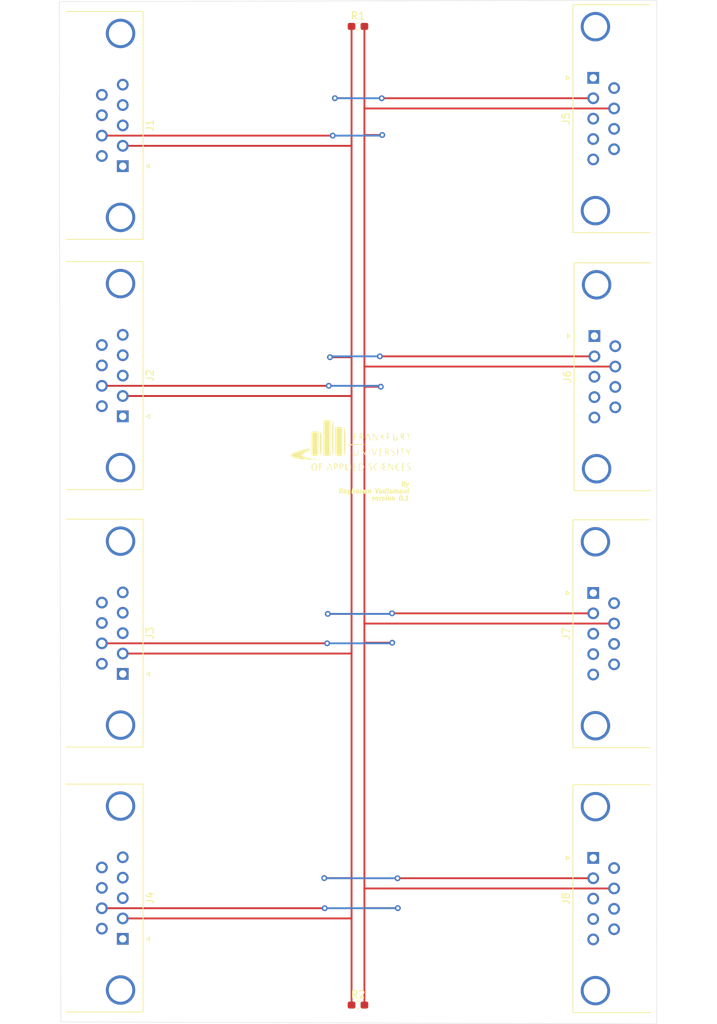
<source format=kicad_pcb>
(kicad_pcb (version 20171130) (host pcbnew "(5.1.6)-1")

  (general
    (thickness 1.6)
    (drawings 5)
    (tracks 100)
    (zones 0)
    (modules 11)
    (nets 59)
  )

  (page A4)
  (layers
    (0 F.Cu signal)
    (31 B.Cu signal)
    (32 B.Adhes user)
    (33 F.Adhes user)
    (34 B.Paste user)
    (35 F.Paste user)
    (36 B.SilkS user)
    (37 F.SilkS user)
    (38 B.Mask user)
    (39 F.Mask user)
    (40 Dwgs.User user)
    (41 Cmts.User user)
    (42 Eco1.User user)
    (43 Eco2.User user)
    (44 Edge.Cuts user)
    (45 Margin user)
    (46 B.CrtYd user)
    (47 F.CrtYd user)
    (48 B.Fab user)
    (49 F.Fab user)
  )

  (setup
    (last_trace_width 0.25)
    (trace_clearance 0.2)
    (zone_clearance 0.508)
    (zone_45_only no)
    (trace_min 0.2)
    (via_size 0.8)
    (via_drill 0.4)
    (via_min_size 0.4)
    (via_min_drill 0.3)
    (uvia_size 0.3)
    (uvia_drill 0.1)
    (uvias_allowed no)
    (uvia_min_size 0.2)
    (uvia_min_drill 0.1)
    (edge_width 0.05)
    (segment_width 0.2)
    (pcb_text_width 0.3)
    (pcb_text_size 1.5 1.5)
    (mod_edge_width 0.12)
    (mod_text_size 1 1)
    (mod_text_width 0.15)
    (pad_size 1.524 1.524)
    (pad_drill 0.762)
    (pad_to_mask_clearance 0.05)
    (aux_axis_origin 0 0)
    (visible_elements 7FFFFFFF)
    (pcbplotparams
      (layerselection 0x010fc_ffffffff)
      (usegerberextensions false)
      (usegerberattributes true)
      (usegerberadvancedattributes true)
      (creategerberjobfile true)
      (excludeedgelayer true)
      (linewidth 0.100000)
      (plotframeref false)
      (viasonmask false)
      (mode 1)
      (useauxorigin false)
      (hpglpennumber 1)
      (hpglpenspeed 20)
      (hpglpendiameter 15.000000)
      (psnegative false)
      (psa4output false)
      (plotreference true)
      (plotvalue true)
      (plotinvisibletext false)
      (padsonsilk false)
      (subtractmaskfromsilk false)
      (outputformat 1)
      (mirror false)
      (drillshape 1)
      (scaleselection 1)
      (outputdirectory ""))
  )

  (net 0 "")
  (net 1 "Net-(J1-Pad9)")
  (net 2 "Net-(J1-Pad8)")
  (net 3 /CAN+)
  (net 4 "Net-(J1-Pad6)")
  (net 5 "Net-(J1-Pad5)")
  (net 6 "Net-(J1-Pad4)")
  (net 7 "Net-(J1-Pad3)")
  (net 8 /CAN-)
  (net 9 "Net-(J1-Pad1)")
  (net 10 "Net-(J2-Pad9)")
  (net 11 "Net-(J2-Pad8)")
  (net 12 "Net-(J2-Pad6)")
  (net 13 "Net-(J2-Pad5)")
  (net 14 "Net-(J2-Pad4)")
  (net 15 "Net-(J2-Pad3)")
  (net 16 "Net-(J2-Pad1)")
  (net 17 "Net-(J3-Pad9)")
  (net 18 "Net-(J3-Pad8)")
  (net 19 "Net-(J3-Pad6)")
  (net 20 "Net-(J3-Pad5)")
  (net 21 "Net-(J3-Pad4)")
  (net 22 "Net-(J3-Pad3)")
  (net 23 "Net-(J3-Pad1)")
  (net 24 "Net-(J4-Pad9)")
  (net 25 "Net-(J4-Pad8)")
  (net 26 "Net-(J4-Pad6)")
  (net 27 "Net-(J4-Pad5)")
  (net 28 "Net-(J4-Pad4)")
  (net 29 "Net-(J4-Pad3)")
  (net 30 "Net-(J4-Pad1)")
  (net 31 "Net-(J5-Pad9)")
  (net 32 "Net-(J5-Pad8)")
  (net 33 "Net-(J5-Pad6)")
  (net 34 "Net-(J5-Pad5)")
  (net 35 "Net-(J5-Pad4)")
  (net 36 "Net-(J5-Pad3)")
  (net 37 "Net-(J5-Pad1)")
  (net 38 "Net-(J6-Pad9)")
  (net 39 "Net-(J6-Pad8)")
  (net 40 "Net-(J6-Pad6)")
  (net 41 "Net-(J6-Pad5)")
  (net 42 "Net-(J6-Pad4)")
  (net 43 "Net-(J6-Pad3)")
  (net 44 "Net-(J6-Pad1)")
  (net 45 "Net-(J7-Pad9)")
  (net 46 "Net-(J7-Pad8)")
  (net 47 "Net-(J7-Pad6)")
  (net 48 "Net-(J7-Pad5)")
  (net 49 "Net-(J7-Pad4)")
  (net 50 "Net-(J7-Pad3)")
  (net 51 "Net-(J7-Pad1)")
  (net 52 "Net-(J8-Pad9)")
  (net 53 "Net-(J8-Pad8)")
  (net 54 "Net-(J8-Pad6)")
  (net 55 "Net-(J8-Pad5)")
  (net 56 "Net-(J8-Pad4)")
  (net 57 "Net-(J8-Pad3)")
  (net 58 "Net-(J8-Pad1)")

  (net_class Default "This is the default net class."
    (clearance 0.2)
    (trace_width 0.25)
    (via_dia 0.8)
    (via_drill 0.4)
    (uvia_dia 0.3)
    (uvia_drill 0.1)
    (add_net /CAN+)
    (add_net /CAN-)
    (add_net "Net-(J1-Pad1)")
    (add_net "Net-(J1-Pad3)")
    (add_net "Net-(J1-Pad4)")
    (add_net "Net-(J1-Pad5)")
    (add_net "Net-(J1-Pad6)")
    (add_net "Net-(J1-Pad8)")
    (add_net "Net-(J1-Pad9)")
    (add_net "Net-(J2-Pad1)")
    (add_net "Net-(J2-Pad3)")
    (add_net "Net-(J2-Pad4)")
    (add_net "Net-(J2-Pad5)")
    (add_net "Net-(J2-Pad6)")
    (add_net "Net-(J2-Pad8)")
    (add_net "Net-(J2-Pad9)")
    (add_net "Net-(J3-Pad1)")
    (add_net "Net-(J3-Pad3)")
    (add_net "Net-(J3-Pad4)")
    (add_net "Net-(J3-Pad5)")
    (add_net "Net-(J3-Pad6)")
    (add_net "Net-(J3-Pad8)")
    (add_net "Net-(J3-Pad9)")
    (add_net "Net-(J4-Pad1)")
    (add_net "Net-(J4-Pad3)")
    (add_net "Net-(J4-Pad4)")
    (add_net "Net-(J4-Pad5)")
    (add_net "Net-(J4-Pad6)")
    (add_net "Net-(J4-Pad8)")
    (add_net "Net-(J4-Pad9)")
    (add_net "Net-(J5-Pad1)")
    (add_net "Net-(J5-Pad3)")
    (add_net "Net-(J5-Pad4)")
    (add_net "Net-(J5-Pad5)")
    (add_net "Net-(J5-Pad6)")
    (add_net "Net-(J5-Pad8)")
    (add_net "Net-(J5-Pad9)")
    (add_net "Net-(J6-Pad1)")
    (add_net "Net-(J6-Pad3)")
    (add_net "Net-(J6-Pad4)")
    (add_net "Net-(J6-Pad5)")
    (add_net "Net-(J6-Pad6)")
    (add_net "Net-(J6-Pad8)")
    (add_net "Net-(J6-Pad9)")
    (add_net "Net-(J7-Pad1)")
    (add_net "Net-(J7-Pad3)")
    (add_net "Net-(J7-Pad4)")
    (add_net "Net-(J7-Pad5)")
    (add_net "Net-(J7-Pad6)")
    (add_net "Net-(J7-Pad8)")
    (add_net "Net-(J7-Pad9)")
    (add_net "Net-(J8-Pad1)")
    (add_net "Net-(J8-Pad3)")
    (add_net "Net-(J8-Pad4)")
    (add_net "Net-(J8-Pad5)")
    (add_net "Net-(J8-Pad6)")
    (add_net "Net-(J8-Pad8)")
    (add_net "Net-(J8-Pad9)")
  )

  (module lo:FHFrankfurtLogo (layer F.Cu) (tedit 0) (tstamp 60B132A2)
    (at 122.29 88.09)
    (fp_text reference G*** (at 0 0) (layer F.SilkS) hide
      (effects (font (size 1.524 1.524) (thickness 0.3)))
    )
    (fp_text value LOGO (at 0.75 0) (layer F.SilkS) hide
      (effects (font (size 1.524 1.524) (thickness 0.3)))
    )
    (fp_poly (pts (xy -5.088228 2.305968) (xy -4.908232 2.415933) (xy -4.825525 2.621064) (xy -4.816096 2.887588)
      (xy -4.879078 3.124662) (xy -4.915538 3.180869) (xy -5.098654 3.286191) (xy -5.324675 3.281393)
      (xy -5.507077 3.170489) (xy -5.580683 2.993938) (xy -5.491601 2.993938) (xy -5.421364 3.156327)
      (xy -5.263666 3.206438) (xy -5.186315 3.201837) (xy -5.042163 3.170241) (xy -4.974075 3.08675)
      (xy -4.953932 2.902213) (xy -4.953 2.794) (xy -4.960363 2.559717) (xy -5.002876 2.448753)
      (xy -5.111176 2.415154) (xy -5.207 2.413) (xy -5.38316 2.433523) (xy -5.461387 2.529738)
      (xy -5.488132 2.696227) (xy -5.491601 2.993938) (xy -5.580683 2.993938) (xy -5.598122 2.952111)
      (xy -5.605064 2.679632) (xy -5.527905 2.445921) (xy -5.507077 2.417512) (xy -5.317586 2.30422)
      (xy -5.088228 2.305968)) (layer F.SilkS) (width 0.01))
    (fp_poly (pts (xy -4.296833 2.296017) (xy -4.124826 2.305983) (xy -4.111298 2.324551) (xy -4.233333 2.359517)
      (xy -4.396751 2.448625) (xy -4.457907 2.573094) (xy -4.40862 2.679206) (xy -4.287426 2.7147)
      (xy -4.106333 2.720067) (xy -4.292786 2.795141) (xy -4.436716 2.915596) (xy -4.446156 3.041994)
      (xy -4.452768 3.202784) (xy -4.492537 3.262883) (xy -4.535979 3.214148) (xy -4.564153 3.028513)
      (xy -4.572 2.798997) (xy -4.572 2.286) (xy -4.296833 2.296017)) (layer F.SilkS) (width 0.01))
    (fp_poly (pts (xy -3.303777 2.780605) (xy -3.302 2.848373) (xy -3.352409 3.04787) (xy -3.427837 3.179985)
      (xy -3.504269 3.270828) (xy -3.515661 3.242226) (xy -3.466334 3.075017) (xy -3.457601 3.048)
      (xy -3.373251 2.806693) (xy -3.324275 2.720511) (xy -3.303777 2.780605)) (layer F.SilkS) (width 0.01))
    (fp_poly (pts (xy -3.084442 2.35906) (xy -3.006961 2.541725) (xy -2.924441 2.779222) (xy -2.854695 3.016776)
      (xy -2.815536 3.199616) (xy -2.818909 3.270465) (xy -2.869256 3.232074) (xy -2.918879 3.114858)
      (xy -2.985029 2.883851) (xy -3.016721 2.753477) (xy -3.074545 2.593319) (xy -3.149016 2.490693)
      (xy -3.205894 2.482517) (xy -3.217333 2.537178) (xy -3.24168 2.616042) (xy -3.261659 2.608563)
      (xy -3.273461 2.502866) (xy -3.222032 2.362807) (xy -3.144634 2.286429) (xy -3.13907 2.286)
      (xy -3.084442 2.35906)) (layer F.SilkS) (width 0.01))
    (fp_poly (pts (xy -2.307166 2.301543) (xy -2.125481 2.362513) (xy -2.052666 2.522701) (xy -2.047828 2.558214)
      (xy -2.060245 2.73859) (xy -2.181937 2.826617) (xy -2.233472 2.84134) (xy -2.419176 2.956832)
      (xy -2.480125 3.11946) (xy -2.498915 3.160117) (xy -2.515678 3.054304) (xy -2.526934 2.824881)
      (xy -2.527314 2.809543) (xy -2.532703 2.582334) (xy -2.455333 2.582334) (xy -2.426078 2.746538)
      (xy -2.322501 2.780448) (xy -2.307166 2.777882) (xy -2.185249 2.682009) (xy -2.159 2.582334)
      (xy -2.223224 2.432539) (xy -2.307166 2.386785) (xy -2.419466 2.409403) (xy -2.455077 2.559191)
      (xy -2.455333 2.582334) (xy -2.532703 2.582334) (xy -2.54 2.274753) (xy -2.307166 2.301543)) (layer F.SilkS) (width 0.01))
    (fp_poly (pts (xy -1.362402 2.351153) (xy -1.251352 2.510939) (xy -1.270652 2.711845) (xy -1.281386 2.732687)
      (xy -1.423676 2.855506) (xy -1.522583 2.878667) (xy -1.661103 2.947499) (xy -1.717357 3.1115)
      (xy -1.73659 3.156744) (xy -1.753664 3.054735) (xy -1.765006 2.827546) (xy -1.765314 2.815167)
      (xy -1.767744 2.582334) (xy -1.693333 2.582334) (xy -1.653646 2.748315) (xy -1.524 2.794)
      (xy -1.391215 2.744391) (xy -1.354666 2.582334) (xy -1.394353 2.416352) (xy -1.524 2.370667)
      (xy -1.656785 2.420276) (xy -1.693333 2.582334) (xy -1.767744 2.582334) (xy -1.768327 2.526524)
      (xy -1.750159 2.368114) (xy -1.696378 2.30097) (xy -1.592549 2.286126) (xy -1.569312 2.286)
      (xy -1.362402 2.351153)) (layer F.SilkS) (width 0.01))
    (fp_poly (pts (xy -0.884712 2.362499) (xy -0.853961 2.559609) (xy -0.846666 2.745778) (xy -0.838849 3.014694)
      (xy -0.80396 3.159277) (xy -0.724842 3.22424) (xy -0.656166 3.242248) (xy -0.535853 3.269606)
      (xy -0.573724 3.283412) (xy -0.684389 3.29047) (xy -0.869961 3.27947) (xy -0.959555 3.245556)
      (xy -0.997428 3.130669) (xy -1.014444 2.922137) (xy -1.012296 2.677549) (xy -0.992679 2.454496)
      (xy -0.957286 2.310571) (xy -0.931333 2.286) (xy -0.884712 2.362499)) (layer F.SilkS) (width 0.01))
    (fp_poly (pts (xy -0.279615 2.502272) (xy -0.277419 2.518834) (xy -0.263407 2.815719) (xy -0.277419 3.069167)
      (xy -0.29402 3.133069) (xy -0.306164 3.046628) (xy -0.311497 2.828824) (xy -0.311567 2.794)
      (xy -0.307232 2.561395) (xy -0.295796 2.457826) (xy -0.279615 2.502272)) (layer F.SilkS) (width 0.01))
    (fp_poly (pts (xy 0.3175 2.29753) (xy 0.462842 2.309073) (xy 0.44696 2.327197) (xy 0.359834 2.345752)
      (xy 0.202091 2.437731) (xy 0.169334 2.54) (xy 0.24381 2.684808) (xy 0.359834 2.734248)
      (xy 0.550334 2.77094) (xy 0.359834 2.78247) (xy 0.210032 2.838222) (xy 0.169334 3.000043)
      (xy 0.210704 3.162135) (xy 0.365194 3.235014) (xy 0.402167 3.241357) (xy 0.544509 3.265781)
      (xy 0.532549 3.278956) (xy 0.359834 3.289314) (xy 0.084667 3.302) (xy 0.084667 2.794)
      (xy 0.0883 2.512985) (xy 0.111386 2.362328) (xy 0.1722 2.303057) (xy 0.289019 2.296201)
      (xy 0.3175 2.29753)) (layer F.SilkS) (width 0.01))
    (fp_poly (pts (xy 1.335686 2.334471) (xy 1.476802 2.493096) (xy 1.523803 2.781699) (xy 1.524 2.807955)
      (xy 1.467365 3.091575) (xy 1.293343 3.254139) (xy 1.021566 3.302) (xy 0.924059 3.284864)
      (xy 0.871376 3.207467) (xy 0.850097 3.030831) (xy 0.846667 2.794) (xy 0.846741 2.788376)
      (xy 0.931334 2.788376) (xy 0.940745 3.045801) (xy 0.978968 3.174882) (xy 1.060983 3.216044)
      (xy 1.0903 3.217334) (xy 1.278689 3.156311) (xy 1.350077 3.095864) (xy 1.412759 2.930851)
      (xy 1.42457 2.70057) (xy 1.423944 2.693698) (xy 1.380858 2.494027) (xy 1.272857 2.406911)
      (xy 1.164167 2.38621) (xy 1.027059 2.37992) (xy 0.958212 2.429305) (xy 0.934139 2.574934)
      (xy 0.931334 2.788376) (xy 0.846741 2.788376) (xy 0.850417 2.512764) (xy 0.874081 2.360961)
      (xy 0.936275 2.298697) (xy 1.055616 2.286078) (xy 1.083734 2.286) (xy 1.335686 2.334471)) (layer F.SilkS) (width 0.01))
    (fp_poly (pts (xy 2.582334 2.30906) (xy 2.391834 2.345752) (xy 2.232664 2.424164) (xy 2.22426 2.55333)
      (xy 2.365092 2.709973) (xy 2.418188 2.74728) (xy 2.587036 2.920475) (xy 2.61432 3.094579)
      (xy 2.507269 3.227145) (xy 2.328334 3.274851) (xy 2.19586 3.274819) (xy 2.219818 3.252231)
      (xy 2.243667 3.245466) (xy 2.449999 3.160383) (xy 2.499045 3.041488) (xy 2.395176 2.86715)
      (xy 2.333711 2.799613) (xy 2.17749 2.581477) (xy 2.152657 2.409787) (xy 2.256319 2.310715)
      (xy 2.389176 2.29753) (xy 2.582334 2.30906)) (layer F.SilkS) (width 0.01))
    (fp_poly (pts (xy 3.285634 2.298686) (xy 3.513667 2.311372) (xy 3.276255 2.347085) (xy 3.05574 2.447815)
      (xy 2.934805 2.635056) (xy 2.91344 2.858368) (xy 2.991633 3.067309) (xy 3.169375 3.21144)
      (xy 3.276439 3.240933) (xy 3.513667 3.276629) (xy 3.285634 3.289314) (xy 3.039811 3.22682)
      (xy 2.925801 3.113828) (xy 2.825676 2.924603) (xy 2.794 2.794) (xy 2.864619 2.556754)
      (xy 3.0399 2.373064) (xy 3.264978 2.298206) (xy 3.285634 2.298686)) (layer F.SilkS) (width 0.01))
    (fp_poly (pts (xy 3.784385 2.502272) (xy 3.786581 2.518834) (xy 3.800593 2.815719) (xy 3.786581 3.069167)
      (xy 3.76998 3.133069) (xy 3.757836 3.046628) (xy 3.752503 2.828824) (xy 3.752433 2.794)
      (xy 3.756768 2.561395) (xy 3.768204 2.457826) (xy 3.784385 2.502272)) (layer F.SilkS) (width 0.01))
    (fp_poly (pts (xy 4.339167 2.298686) (xy 4.507192 2.309524) (xy 4.514129 2.323862) (xy 4.390666 2.345759)
      (xy 4.229584 2.401314) (xy 4.203596 2.517356) (xy 4.208855 2.540205) (xy 4.308809 2.692303)
      (xy 4.390189 2.737311) (xy 4.480201 2.768394) (xy 4.404738 2.782561) (xy 4.3815 2.784179)
      (xy 4.257455 2.85381) (xy 4.225219 2.99642) (xy 4.278764 3.14678) (xy 4.412061 3.239659)
      (xy 4.423834 3.242248) (xy 4.544147 3.269606) (xy 4.506276 3.283412) (xy 4.395611 3.29047)
      (xy 4.210039 3.27947) (xy 4.120445 3.245556) (xy 4.088735 3.135324) (xy 4.068257 2.913395)
      (xy 4.064 2.737556) (xy 4.064 2.286) (xy 4.339167 2.298686)) (layer F.SilkS) (width 0.01))
    (fp_poly (pts (xy 5.490032 2.772834) (xy 5.490966 3.046941) (xy 5.480239 3.238172) (xy 5.462426 3.302)
      (xy 5.404566 3.233395) (xy 5.296072 3.055383) (xy 5.187656 2.8575) (xy 4.953792 2.413)
      (xy 4.903696 2.878667) (xy 4.853601 3.344334) (xy 4.839801 2.815167) (xy 4.84489 2.523049)
      (xy 4.874314 2.336085) (xy 4.911767 2.286) (xy 4.994278 2.35595) (xy 5.111785 2.534956)
      (xy 5.186934 2.678247) (xy 5.376334 3.070493) (xy 5.426532 2.65708) (xy 5.476731 2.243667)
      (xy 5.490032 2.772834)) (layer F.SilkS) (width 0.01))
    (fp_poly (pts (xy 6.248968 2.296017) (xy 6.398282 2.305071) (xy 6.393095 2.321606) (xy 6.227885 2.359304)
      (xy 6.223 2.360349) (xy 6.0656 2.408654) (xy 5.991629 2.499388) (xy 5.969979 2.68566)
      (xy 5.969 2.794) (xy 5.978808 3.031168) (xy 6.028971 3.152366) (xy 6.150597 3.210707)
      (xy 6.223 3.227651) (xy 6.391409 3.265902) (xy 6.399686 3.282722) (xy 6.253353 3.29179)
      (xy 6.248968 3.291983) (xy 6.001694 3.225478) (xy 5.889134 3.113828) (xy 5.789009 2.924603)
      (xy 5.757334 2.794) (xy 5.828284 2.557018) (xy 6.004222 2.37224) (xy 6.229781 2.295751)
      (xy 6.248968 2.296017)) (layer F.SilkS) (width 0.01))
    (fp_poly (pts (xy 6.9215 2.29753) (xy 7.066842 2.309073) (xy 7.05096 2.327197) (xy 6.963834 2.345752)
      (xy 6.806091 2.437731) (xy 6.773334 2.54) (xy 6.84781 2.684808) (xy 6.963834 2.734248)
      (xy 7.154334 2.77094) (xy 6.963834 2.78247) (xy 6.813966 2.838299) (xy 6.773334 2.999778)
      (xy 6.827317 3.177014) (xy 6.963834 3.242248) (xy 7.075499 3.269067) (xy 7.030949 3.283598)
      (xy 6.9215 3.29047) (xy 6.792619 3.288924) (xy 6.723044 3.242002) (xy 6.694498 3.11073)
      (xy 6.688704 2.856139) (xy 6.688667 2.794) (xy 6.6923 2.512985) (xy 6.715386 2.362328)
      (xy 6.7762 2.303057) (xy 6.893019 2.296201) (xy 6.9215 2.29753)) (layer F.SilkS) (width 0.01))
    (fp_poly (pts (xy 7.831667 2.30906) (xy 7.641167 2.345752) (xy 7.481998 2.424164) (xy 7.473593 2.55333)
      (xy 7.614425 2.709973) (xy 7.667521 2.74728) (xy 7.836369 2.920475) (xy 7.863653 3.094579)
      (xy 7.756603 3.227145) (xy 7.577667 3.274851) (xy 7.445194 3.274819) (xy 7.469151 3.252231)
      (xy 7.493 3.245466) (xy 7.699332 3.160383) (xy 7.748379 3.041488) (xy 7.64451 2.86715)
      (xy 7.583044 2.799613) (xy 7.426824 2.581477) (xy 7.40199 2.409787) (xy 7.505653 2.310715)
      (xy 7.63851 2.29753) (xy 7.831667 2.30906)) (layer F.SilkS) (width 0.01))
    (fp_poly (pts (xy -5.865062 0.303309) (xy -5.843722 0.346128) (xy -5.841999 0.413922) (xy -5.842 0.414916)
      (xy -5.892408 0.536841) (xy -6.062838 0.643755) (xy -6.258817 0.717503) (xy -6.61724 0.869539)
      (xy -6.813793 1.027566) (xy -6.855441 1.184569) (xy -6.749148 1.333532) (xy -6.501879 1.467439)
      (xy -6.120596 1.579274) (xy -5.612264 1.662022) (xy -5.291666 1.691835) (xy -4.445 1.75289)
      (xy -5.630333 1.757804) (xy -6.127987 1.751214) (xy -6.627413 1.729669) (xy -7.073239 1.696453)
      (xy -7.410097 1.654852) (xy -7.432919 1.650856) (xy -7.859705 1.551926) (xy -8.18562 1.432531)
      (xy -8.388886 1.303253) (xy -8.447722 1.174675) (xy -8.44396 1.159547) (xy -8.312429 1.010395)
      (xy -8.017981 0.853056) (xy -7.56668 0.690248) (xy -7.109033 0.561044) (xy -6.628316 0.437326)
      (xy -6.287646 0.352472) (xy -6.062938 0.303703) (xy -5.930105 0.288241) (xy -5.865062 0.303309)) (layer F.SilkS) (width 0.01))
    (fp_poly (pts (xy -4.676005 -0.402166) (xy -4.699 1.227667) (xy -5.588 1.278849) (xy -5.588 -2.032)
      (xy -4.65301 -2.032) (xy -4.676005 -0.402166)) (layer F.SilkS) (width 0.01))
    (fp_poly (pts (xy -3.048 1.27) (xy -3.979333 1.27) (xy -3.979333 -3.556) (xy -3.048 -3.556)
      (xy -3.048 1.27)) (layer F.SilkS) (width 0.01))
    (fp_poly (pts (xy -1.439333 1.278371) (xy -1.863735 1.259006) (xy -2.115466 1.240301) (xy -2.288196 1.213997)
      (xy -2.329402 1.198376) (xy -2.341331 1.105395) (xy -2.351908 0.867771) (xy -2.360606 0.510192)
      (xy -2.366896 0.057346) (xy -2.370253 -0.466079) (xy -2.370666 -0.733778) (xy -2.370666 -2.624666)
      (xy -1.439333 -2.624666) (xy -1.439333 1.278371)) (layer F.SilkS) (width 0.01))
    (fp_poly (pts (xy 0.7482 0.639234) (xy 0.725683 0.988551) (xy 0.626955 1.194934) (xy 0.446347 1.269387)
      (xy 0.423334 1.27) (xy 0.245557 1.213514) (xy 0.186267 1.1684) (xy 0.129073 1.027872)
      (xy 0.099259 0.784633) (xy 0.098217 0.639234) (xy 0.108316 0.421323) (xy 0.120891 0.366542)
      (xy 0.138021 0.468687) (xy 0.142239 0.508) (xy 0.185541 0.85282) (xy 0.237413 1.058472)
      (xy 0.311732 1.15504) (xy 0.422378 1.172608) (xy 0.447493 1.169663) (xy 0.55963 1.129831)
      (xy 0.626937 1.022316) (xy 0.669808 0.804794) (xy 0.6847 0.677334) (xy 0.734399 0.211667)
      (xy 0.7482 0.639234)) (layer F.SilkS) (width 0.01))
    (fp_poly (pts (xy 1.764699 0.740834) (xy 1.766351 1.014951) (xy 1.757496 1.206184) (xy 1.742026 1.27)
      (xy 1.68656 1.201645) (xy 1.576837 1.02302) (xy 1.446017 0.789898) (xy 1.318178 0.538425)
      (xy 1.238573 0.351096) (xy 1.224118 0.27166) (xy 1.278257 0.318726) (xy 1.376871 0.480404)
      (xy 1.456627 0.636009) (xy 1.651 1.038493) (xy 1.701199 0.62508) (xy 1.751397 0.211667)
      (xy 1.764699 0.740834)) (layer F.SilkS) (width 0.01))
    (fp_poly (pts (xy 2.260385 0.470272) (xy 2.262581 0.486834) (xy 2.276593 0.783719) (xy 2.262581 1.037167)
      (xy 2.24598 1.101069) (xy 2.233836 1.014628) (xy 2.228503 0.796824) (xy 2.228433 0.762)
      (xy 2.232768 0.529395) (xy 2.244204 0.425826) (xy 2.260385 0.470272)) (layer F.SilkS) (width 0.01))
    (fp_poly (pts (xy 2.668942 0.328489) (xy 2.740747 0.519375) (xy 2.785854 0.677473) (xy 2.857884 0.907646)
      (xy 2.926167 1.043463) (xy 2.959579 1.060654) (xy 3.019278 0.961439) (xy 3.096141 0.75598)
      (xy 3.132736 0.634753) (xy 3.202757 0.418242) (xy 3.260414 0.297825) (xy 3.279976 0.288421)
      (xy 3.278865 0.385758) (xy 3.230394 0.58202) (xy 3.153655 0.820382) (xy 3.067741 1.044019)
      (xy 2.991742 1.196108) (xy 2.964687 1.226831) (xy 2.904074 1.17662) (xy 2.814693 1.002809)
      (xy 2.722712 0.76216) (xy 2.643648 0.501374) (xy 2.605266 0.318053) (xy 2.614212 0.254)
      (xy 2.668942 0.328489)) (layer F.SilkS) (width 0.01))
    (fp_poly (pts (xy 3.8735 0.26553) (xy 4.018842 0.277073) (xy 4.00296 0.295197) (xy 3.915834 0.313752)
      (xy 3.768746 0.401319) (xy 3.727116 0.542426) (xy 3.798365 0.668708) (xy 3.8735 0.703637)
      (xy 3.977847 0.735815) (xy 3.917723 0.749081) (xy 3.8735 0.752179) (xy 3.749455 0.82181)
      (xy 3.717219 0.96442) (xy 3.770764 1.11478) (xy 3.904061 1.207659) (xy 3.915834 1.210248)
      (xy 4.027499 1.237067) (xy 3.982949 1.251598) (xy 3.8735 1.25847) (xy 3.744619 1.256924)
      (xy 3.675044 1.210002) (xy 3.646498 1.07873) (xy 3.640704 0.824139) (xy 3.640667 0.762)
      (xy 3.6443 0.480985) (xy 3.667386 0.330328) (xy 3.7282 0.271057) (xy 3.845019 0.264201)
      (xy 3.8735 0.26553)) (layer F.SilkS) (width 0.01))
    (fp_poly (pts (xy 4.816637 0.317223) (xy 4.902288 0.473677) (xy 4.849752 0.667675) (xy 4.810926 0.838831)
      (xy 4.880786 1.037167) (xy 4.95733 1.215101) (xy 4.947644 1.26236) (xy 4.867659 1.183314)
      (xy 4.74373 0.999587) (xy 4.635844 0.843782) (xy 4.564369 0.823815) (xy 4.50644 0.951238)
      (xy 4.459779 1.143) (xy 4.4396 1.155909) (xy 4.422629 1.027298) (xy 4.412522 0.78498)
      (xy 4.412488 0.783167) (xy 4.411002 0.508) (xy 4.487334 0.508) (xy 4.547202 0.649504)
      (xy 4.656667 0.677334) (xy 4.798171 0.617465) (xy 4.826 0.508) (xy 4.766132 0.366496)
      (xy 4.656667 0.338667) (xy 4.515163 0.398535) (xy 4.487334 0.508) (xy 4.411002 0.508)
      (xy 4.410929 0.494568) (xy 4.429915 0.336205) (xy 4.484522 0.269069) (xy 4.589825 0.254151)
      (xy 4.616991 0.254) (xy 4.816637 0.317223)) (layer F.SilkS) (width 0.01))
    (fp_poly (pts (xy 5.448808 0.29206) (xy 5.420784 0.309739) (xy 5.338193 0.424578) (xy 5.38076 0.582769)
      (xy 5.487349 0.693699) (xy 5.642216 0.832484) (xy 5.706305 0.913876) (xy 5.716058 1.064003)
      (xy 5.606657 1.196774) (xy 5.424908 1.261201) (xy 5.387133 1.261561) (xy 5.273035 1.250668)
      (xy 5.313216 1.224799) (xy 5.41239 1.195725) (xy 5.606065 1.099606) (xy 5.634318 0.971529)
      (xy 5.496025 0.82052) (xy 5.462009 0.797209) (xy 5.316453 0.643539) (xy 5.265173 0.469485)
      (xy 5.315054 0.331223) (xy 5.399617 0.288149) (xy 5.448808 0.29206)) (layer F.SilkS) (width 0.01))
    (fp_poly (pts (xy 6.905991 0.281382) (xy 6.952379 0.300905) (xy 6.925563 0.311581) (xy 6.835011 0.380683)
      (xy 6.780136 0.551968) (xy 6.751073 0.830926) (xy 6.720685 1.312334) (xy 6.704676 0.831708)
      (xy 6.683336 0.541804) (xy 6.635751 0.382342) (xy 6.549815 0.315025) (xy 6.5405 0.312363)
      (xy 6.5201 0.289019) (xy 6.641261 0.275231) (xy 6.731 0.273643) (xy 6.905991 0.281382)) (layer F.SilkS) (width 0.01))
    (fp_poly (pts (xy 7.596986 0.710935) (xy 7.732103 0.461301) (xy 7.822242 0.313676) (xy 7.868989 0.27381)
      (xy 7.87061 0.280733) (xy 7.836484 0.40177) (xy 7.773657 0.534733) (xy 7.686578 0.748801)
      (xy 7.615425 1.009256) (xy 7.614061 1.016) (xy 7.575093 1.191614) (xy 7.555075 1.209351)
      (xy 7.54507 1.08434) (xy 7.497233 0.864578) (xy 7.390406 0.601239) (xy 7.35507 0.534006)
      (xy 7.174806 0.211667) (xy 7.596986 0.710935)) (layer F.SilkS) (width 0.01))
    (fp_poly (pts (xy -4.302567 -1.86815) (xy -4.276386 -1.652083) (xy -4.258474 -1.331354) (xy -4.248592 -0.938187)
      (xy -4.2465 -0.504804) (xy -4.251959 -0.063429) (xy -4.264728 0.353715) (xy -4.284569 0.714407)
      (xy -4.311243 0.986422) (xy -4.344508 1.137538) (xy -4.360333 1.157185) (xy -4.393041 1.085916)
      (xy -4.418148 0.852836) (xy -4.435248 0.465317) (xy -4.443936 -0.069273) (xy -4.445 -0.381)
      (xy -4.442381 -0.958929) (xy -4.433701 -1.385584) (xy -4.417721 -1.678956) (xy -4.393205 -1.857034)
      (xy -4.358914 -1.937809) (xy -4.337257 -1.947333) (xy -4.302567 -1.86815)) (layer F.SilkS) (width 0.01))
    (fp_poly (pts (xy -2.681786 -3.387758) (xy -2.659373 -3.141258) (xy -2.642324 -2.738169) (xy -2.630869 -2.18483)
      (xy -2.625239 -1.487576) (xy -2.624666 -1.143) (xy -2.627706 -0.385462) (xy -2.636669 0.230902)
      (xy -2.651327 0.699756) (xy -2.671448 1.014763) (xy -2.696803 1.169586) (xy -2.709333 1.185334)
      (xy -2.73688 1.101759) (xy -2.759293 0.855258) (xy -2.776342 0.45217) (xy -2.787797 -0.10117)
      (xy -2.793427 -0.798424) (xy -2.794 -1.143) (xy -2.790961 -1.900537) (xy -2.781997 -2.516902)
      (xy -2.767339 -2.985756) (xy -2.747218 -3.300763) (xy -2.721863 -3.455586) (xy -2.709333 -3.471333)
      (xy -2.681786 -3.387758)) (layer F.SilkS) (width 0.01))
    (fp_poly (pts (xy -1.070632 -2.456821) (xy -1.04676 -2.213041) (xy -1.029442 -1.817294) (xy -1.01907 -1.278213)
      (xy -1.016 -0.677333) (xy -1.019781 -0.016581) (xy -1.030862 0.508612) (xy -1.04885 0.889611)
      (xy -1.073354 1.117782) (xy -1.100666 1.185334) (xy -1.130701 1.102155) (xy -1.154573 0.858375)
      (xy -1.171891 0.462628) (xy -1.182263 -0.076454) (xy -1.185333 -0.677333) (xy -1.181552 -1.338086)
      (xy -1.170471 -1.863278) (xy -1.152483 -2.244277) (xy -1.127979 -2.472449) (xy -1.100666 -2.54)
      (xy -1.070632 -2.456821)) (layer F.SilkS) (width 0.01))
    (fp_poly (pts (xy 1.241778 1.128889) (xy 1.230156 1.179223) (xy 1.185334 1.185334) (xy 1.115643 1.154355)
      (xy 1.128889 1.128889) (xy 1.229369 1.118756) (xy 1.241778 1.128889)) (layer F.SilkS) (width 0.01))
    (fp_poly (pts (xy 6.142367 0.330552) (xy 6.17312 0.528025) (xy 6.180667 0.719667) (xy 6.166748 0.974682)
      (xy 6.130844 1.143823) (xy 6.096 1.185334) (xy 6.049634 1.108782) (xy 6.018881 0.911309)
      (xy 6.011334 0.719667) (xy 6.025252 0.464652) (xy 6.061156 0.29551) (xy 6.096 0.254)
      (xy 6.142367 0.330552)) (layer F.SilkS) (width 0.01))
    (fp_poly (pts (xy 1.184689 0.55915) (xy 1.19584 0.570089) (xy 1.262716 0.681097) (xy 1.253649 0.721907)
      (xy 1.190667 0.696499) (xy 1.148444 0.617485) (xy 1.122666 0.51857) (xy 1.184689 0.55915)) (layer F.SilkS) (width 0.01))
    (fp_poly (pts (xy 5.672667 0.296334) (xy 5.630334 0.338667) (xy 5.588 0.296334) (xy 5.630334 0.254)
      (xy 5.672667 0.296334)) (layer F.SilkS) (width 0.01))
    (fp_poly (pts (xy 1.016 -0.322638) (xy 1.905 -0.296333) (xy 0.571339 -0.211666) (xy 0.1183 -0.186336)
      (xy -0.268748 -0.171238) (xy -0.561364 -0.166955) (xy -0.731103 -0.174068) (xy -0.762161 -0.184408)
      (xy -0.682108 -0.234891) (xy -0.461066 -0.276668) (xy -0.127252 -0.307545) (xy 0.291115 -0.325328)
      (xy 0.765818 -0.327824) (xy 1.016 -0.322638)) (layer F.SilkS) (width 0.01))
    (fp_poly (pts (xy 0.359834 -1.767983) (xy 0.531841 -1.758017) (xy 0.545369 -1.739449) (xy 0.423334 -1.704483)
      (xy 0.259916 -1.615375) (xy 0.19876 -1.490906) (xy 0.248046 -1.384794) (xy 0.369241 -1.3493)
      (xy 0.550334 -1.343933) (xy 0.36641 -1.269794) (xy 0.228575 -1.157363) (xy 0.22562 -1.030716)
      (xy 0.221365 -0.870758) (xy 0.176709 -0.808892) (xy 0.120425 -0.843835) (xy 0.090481 -1.038147)
      (xy 0.084667 -1.265003) (xy 0.084667 -1.778) (xy 0.359834 -1.767983)) (layer F.SilkS) (width 0.01))
    (fp_poly (pts (xy 1.321733 -1.717251) (xy 1.402128 -1.572763) (xy 1.349107 -1.401176) (xy 1.321447 -1.369828)
      (xy 1.244009 -1.260034) (xy 1.272165 -1.138237) (xy 1.329805 -1.043551) (xy 1.410489 -0.883517)
      (xy 1.414712 -0.793823) (xy 1.349515 -0.828747) (xy 1.246348 -0.974533) (xy 1.215593 -1.029298)
      (xy 1.064033 -1.312333) (xy 1.008829 -1.016) (xy 0.978991 -0.884897) (xy 0.95994 -0.89029)
      (xy 0.948216 -1.044314) (xy 0.942479 -1.248833) (xy 0.940616 -1.524) (xy 1.016 -1.524)
      (xy 1.071952 -1.386657) (xy 1.18967 -1.362397) (xy 1.293945 -1.464746) (xy 1.297441 -1.473389)
      (xy 1.298027 -1.627837) (xy 1.158281 -1.692338) (xy 1.128889 -1.693333) (xy 1.037314 -1.622724)
      (xy 1.016 -1.524) (xy 0.940616 -1.524) (xy 0.940523 -1.537616) (xy 0.959495 -1.696117)
      (xy 1.013476 -1.763246) (xy 1.116544 -1.777917) (xy 1.133942 -1.778) (xy 1.321733 -1.717251)) (layer F.SilkS) (width 0.01))
    (fp_poly (pts (xy 2.107356 -1.72949) (xy 2.164418 -1.620371) (xy 2.250214 -1.41111) (xy 2.342202 -1.162946)
      (xy 2.417835 -0.937117) (xy 2.454571 -0.794864) (xy 2.455334 -0.784254) (xy 2.401251 -0.786648)
      (xy 2.38108 -0.797897) (xy 2.3182 -0.901073) (xy 2.242831 -1.110898) (xy 2.207367 -1.238781)
      (xy 2.124524 -1.479089) (xy 2.042972 -1.551701) (xy 1.968373 -1.456349) (xy 1.916342 -1.252533)
      (xy 1.849105 -1.019421) (xy 1.778934 -0.871533) (xy 1.718136 -0.791687) (xy 1.712817 -0.849248)
      (xy 1.736072 -0.968978) (xy 1.815408 -1.259822) (xy 1.913237 -1.51034) (xy 2.011154 -1.682829)
      (xy 2.090752 -1.739588) (xy 2.107356 -1.72949)) (layer F.SilkS) (width 0.01))
    (fp_poly (pts (xy 3.373365 -1.291166) (xy 3.3743 -1.017059) (xy 3.363572 -0.825828) (xy 3.34576 -0.762)
      (xy 3.287899 -0.830605) (xy 3.179405 -1.008617) (xy 3.070989 -1.2065) (xy 2.837125 -1.651)
      (xy 2.78703 -1.185333) (xy 2.736934 -0.719666) (xy 2.723134 -1.248833) (xy 2.728223 -1.540951)
      (xy 2.757647 -1.727915) (xy 2.795101 -1.778) (xy 2.877611 -1.70805) (xy 2.995118 -1.529044)
      (xy 3.070267 -1.385753) (xy 3.259667 -0.993507) (xy 3.309865 -1.40692) (xy 3.360064 -1.820333)
      (xy 3.373365 -1.291166)) (layer F.SilkS) (width 0.01))
    (fp_poly (pts (xy 4.277423 -1.72709) (xy 4.211561 -1.644333) (xy 4.092174 -1.460915) (xy 4.08412 -1.287586)
      (xy 4.190024 -1.066491) (xy 4.241391 -0.986737) (xy 4.340671 -0.834697) (xy 4.352127 -0.803271)
      (xy 4.267259 -0.895551) (xy 4.163594 -1.015022) (xy 3.908407 -1.310378) (xy 3.872753 -1.015022)
      (xy 3.855222 -0.941286) (xy 3.841884 -1.019481) (xy 3.835308 -1.232211) (xy 3.83508 -1.27)
      (xy 3.839011 -1.514985) (xy 3.851254 -1.643253) (xy 3.869238 -1.629509) (xy 3.870829 -1.621618)
      (xy 3.908597 -1.422903) (xy 4.13386 -1.621618) (xy 4.263428 -1.731367) (xy 4.277423 -1.72709)) (layer F.SilkS) (width 0.01))
    (fp_poly (pts (xy 4.931834 -1.765314) (xy 5.104915 -1.754914) (xy 5.116241 -1.74171) (xy 4.974167 -1.717357)
      (xy 4.800277 -1.641565) (xy 4.731662 -1.518516) (xy 4.77458 -1.402705) (xy 4.931834 -1.348716)
      (xy 5.062933 -1.339073) (xy 5.03137 -1.308468) (xy 4.953 -1.276801) (xy 4.812765 -1.151058)
      (xy 4.730184 -0.965252) (xy 4.700083 -0.880929) (xy 4.679672 -0.955392) (xy 4.667878 -1.193438)
      (xy 4.666684 -1.248833) (xy 4.656667 -1.778) (xy 4.931834 -1.765314)) (layer F.SilkS) (width 0.01))
    (fp_poly (pts (xy 6.063459 -1.312333) (xy 6.05337 -1.03011) (xy 6.024235 -0.875166) (xy 5.956938 -0.805447)
      (xy 5.832363 -0.778899) (xy 5.820352 -0.777496) (xy 5.628344 -0.793726) (xy 5.550187 -0.862163)
      (xy 5.5155 -1.034099) (xy 5.493027 -1.268804) (xy 5.484683 -1.509111) (xy 5.492387 -1.697855)
      (xy 5.518057 -1.777869) (xy 5.519465 -1.778) (xy 5.557217 -1.701606) (xy 5.590177 -1.505387)
      (xy 5.604742 -1.3335) (xy 5.629103 -1.070435) (xy 5.674681 -0.936435) (xy 5.759119 -0.891268)
      (xy 5.799667 -0.889) (xy 5.901475 -0.915097) (xy 5.96454 -1.019197) (xy 6.007271 -1.240014)
      (xy 6.021126 -1.354666) (xy 6.073251 -1.820333) (xy 6.063459 -1.312333)) (layer F.SilkS) (width 0.01))
    (fp_poly (pts (xy 6.930579 -1.720503) (xy 7.009499 -1.579114) (xy 6.945423 -1.400483) (xy 6.939691 -1.393414)
      (xy 6.876155 -1.253901) (xy 6.922263 -1.069906) (xy 6.933389 -1.044885) (xy 6.995112 -0.875857)
      (xy 6.999566 -0.790677) (xy 6.94855 -0.83529) (xy 6.869172 -0.989532) (xy 6.859125 -1.013285)
      (xy 6.750692 -1.215756) (xy 6.664053 -1.250759) (xy 6.601485 -1.118443) (xy 6.580581 -0.994833)
      (xy 6.561915 -0.927931) (xy 6.545054 -1.012226) (xy 6.533403 -1.229587) (xy 6.532883 -1.248833)
      (xy 6.529389 -1.524) (xy 6.604 -1.524) (xy 6.646852 -1.385039) (xy 6.752167 -1.370785)
      (xy 6.878126 -1.45427) (xy 6.900334 -1.524) (xy 6.829949 -1.643548) (xy 6.752167 -1.677215)
      (xy 6.632155 -1.647763) (xy 6.604 -1.524) (xy 6.529389 -1.524) (xy 6.529219 -1.537386)
      (xy 6.54687 -1.695736) (xy 6.600635 -1.762886) (xy 6.705311 -1.77784) (xy 6.733657 -1.778)
      (xy 6.930579 -1.720503)) (layer F.SilkS) (width 0.01))
    (fp_poly (pts (xy 7.752658 -1.750618) (xy 7.799046 -1.731095) (xy 7.77223 -1.720419) (xy 7.681678 -1.651317)
      (xy 7.626803 -1.480032) (xy 7.597739 -1.201074) (xy 7.567352 -0.719666) (xy 7.551343 -1.200292)
      (xy 7.530002 -1.490196) (xy 7.482418 -1.649658) (xy 7.396482 -1.716975) (xy 7.387167 -1.719637)
      (xy 7.366767 -1.742981) (xy 7.487928 -1.756769) (xy 7.577667 -1.758357) (xy 7.752658 -1.750618)) (layer F.SilkS) (width 0.01))
  )

  (module Connector_Dsub:DSUB-9_Female_Horizontal_P2.77x2.84mm_EdgePinOffset4.94mm_Housed_MountingHolesOffset7.48mm (layer F.Cu) (tedit 59FEDEE2) (tstamp 60B09E39)
    (at 155 144 90)
    (descr "9-pin D-Sub connector, horizontal/angled (90 deg), THT-mount, female, pitch 2.77x2.84mm, pin-PCB-offset 4.9399999999999995mm, distance of mounting holes 25mm, distance of mounting holes to PCB edge 7.4799999999999995mm, see https://disti-assets.s3.amazonaws.com/tonar/files/datasheets/16730.pdf")
    (tags "9-pin D-Sub connector horizontal angled 90deg THT female pitch 2.77x2.84mm pin-PCB-offset 4.9399999999999995mm mounting-holes-distance 25mm mounting-hole-offset 25mm")
    (path /60B05F02)
    (fp_text reference J8 (at -5.54 -3.7 90) (layer F.SilkS)
      (effects (font (size 1 1) (thickness 0.15)))
    )
    (fp_text value DB9_Female (at -5.54 15.85 90) (layer F.Fab)
      (effects (font (size 1 1) (thickness 0.15)))
    )
    (fp_text user %R (at -5.54 11.265 90) (layer F.Fab)
      (effects (font (size 1 1) (thickness 0.15)))
    )
    (fp_arc (start 6.96 0.3) (end 5.36 0.3) (angle 180) (layer F.Fab) (width 0.1))
    (fp_arc (start -18.04 0.3) (end -19.64 0.3) (angle 180) (layer F.Fab) (width 0.1))
    (fp_line (start -20.965 -2.7) (end -20.965 7.78) (layer F.Fab) (width 0.1))
    (fp_line (start -20.965 7.78) (end 9.885 7.78) (layer F.Fab) (width 0.1))
    (fp_line (start 9.885 7.78) (end 9.885 -2.7) (layer F.Fab) (width 0.1))
    (fp_line (start 9.885 -2.7) (end -20.965 -2.7) (layer F.Fab) (width 0.1))
    (fp_line (start -20.965 7.78) (end -20.965 8.18) (layer F.Fab) (width 0.1))
    (fp_line (start -20.965 8.18) (end 9.885 8.18) (layer F.Fab) (width 0.1))
    (fp_line (start 9.885 8.18) (end 9.885 7.78) (layer F.Fab) (width 0.1))
    (fp_line (start 9.885 7.78) (end -20.965 7.78) (layer F.Fab) (width 0.1))
    (fp_line (start -13.69 8.18) (end -13.69 14.35) (layer F.Fab) (width 0.1))
    (fp_line (start -13.69 14.35) (end 2.61 14.35) (layer F.Fab) (width 0.1))
    (fp_line (start 2.61 14.35) (end 2.61 8.18) (layer F.Fab) (width 0.1))
    (fp_line (start 2.61 8.18) (end -13.69 8.18) (layer F.Fab) (width 0.1))
    (fp_line (start -20.54 8.18) (end -20.54 13.18) (layer F.Fab) (width 0.1))
    (fp_line (start -20.54 13.18) (end -15.54 13.18) (layer F.Fab) (width 0.1))
    (fp_line (start -15.54 13.18) (end -15.54 8.18) (layer F.Fab) (width 0.1))
    (fp_line (start -15.54 8.18) (end -20.54 8.18) (layer F.Fab) (width 0.1))
    (fp_line (start 4.46 8.18) (end 4.46 13.18) (layer F.Fab) (width 0.1))
    (fp_line (start 4.46 13.18) (end 9.46 13.18) (layer F.Fab) (width 0.1))
    (fp_line (start 9.46 13.18) (end 9.46 8.18) (layer F.Fab) (width 0.1))
    (fp_line (start 9.46 8.18) (end 4.46 8.18) (layer F.Fab) (width 0.1))
    (fp_line (start -19.64 7.78) (end -19.64 0.3) (layer F.Fab) (width 0.1))
    (fp_line (start -16.44 7.78) (end -16.44 0.3) (layer F.Fab) (width 0.1))
    (fp_line (start 5.36 7.78) (end 5.36 0.3) (layer F.Fab) (width 0.1))
    (fp_line (start 8.56 7.78) (end 8.56 0.3) (layer F.Fab) (width 0.1))
    (fp_line (start -21.025 7.72) (end -21.025 -2.76) (layer F.SilkS) (width 0.12))
    (fp_line (start -21.025 -2.76) (end 9.945 -2.76) (layer F.SilkS) (width 0.12))
    (fp_line (start 9.945 -2.76) (end 9.945 7.72) (layer F.SilkS) (width 0.12))
    (fp_line (start -0.25 -3.654338) (end 0.25 -3.654338) (layer F.SilkS) (width 0.12))
    (fp_line (start 0.25 -3.654338) (end 0 -3.221325) (layer F.SilkS) (width 0.12))
    (fp_line (start 0 -3.221325) (end -0.25 -3.654338) (layer F.SilkS) (width 0.12))
    (fp_line (start -21.5 -3.25) (end -21.5 14.85) (layer F.CrtYd) (width 0.05))
    (fp_line (start -21.5 14.85) (end 10.4 14.85) (layer F.CrtYd) (width 0.05))
    (fp_line (start 10.4 14.85) (end 10.4 -3.25) (layer F.CrtYd) (width 0.05))
    (fp_line (start 10.4 -3.25) (end -21.5 -3.25) (layer F.CrtYd) (width 0.05))
    (pad 0 thru_hole circle (at 6.96 0.3 90) (size 4 4) (drill 3.2) (layers *.Cu *.Mask))
    (pad 0 thru_hole circle (at -18.04 0.3 90) (size 4 4) (drill 3.2) (layers *.Cu *.Mask))
    (pad 9 thru_hole circle (at -9.695 2.84 90) (size 1.6 1.6) (drill 1) (layers *.Cu *.Mask)
      (net 52 "Net-(J8-Pad9)"))
    (pad 8 thru_hole circle (at -6.925 2.84 90) (size 1.6 1.6) (drill 1) (layers *.Cu *.Mask)
      (net 53 "Net-(J8-Pad8)"))
    (pad 7 thru_hole circle (at -4.155 2.84 90) (size 1.6 1.6) (drill 1) (layers *.Cu *.Mask)
      (net 3 /CAN+))
    (pad 6 thru_hole circle (at -1.385 2.84 90) (size 1.6 1.6) (drill 1) (layers *.Cu *.Mask)
      (net 54 "Net-(J8-Pad6)"))
    (pad 5 thru_hole circle (at -11.08 0 90) (size 1.6 1.6) (drill 1) (layers *.Cu *.Mask)
      (net 55 "Net-(J8-Pad5)"))
    (pad 4 thru_hole circle (at -8.31 0 90) (size 1.6 1.6) (drill 1) (layers *.Cu *.Mask)
      (net 56 "Net-(J8-Pad4)"))
    (pad 3 thru_hole circle (at -5.54 0 90) (size 1.6 1.6) (drill 1) (layers *.Cu *.Mask)
      (net 57 "Net-(J8-Pad3)"))
    (pad 2 thru_hole circle (at -2.77 0 90) (size 1.6 1.6) (drill 1) (layers *.Cu *.Mask)
      (net 8 /CAN-))
    (pad 1 thru_hole rect (at 0 0 90) (size 1.6 1.6) (drill 1) (layers *.Cu *.Mask)
      (net 58 "Net-(J8-Pad1)"))
    (model ${KISYS3DMOD}/Connector_Dsub.3dshapes/DSUB-9_Female_Horizontal_P2.77x2.84mm_EdgePinOffset4.94mm_Housed_MountingHolesOffset7.48mm.wrl
      (at (xyz 0 0 0))
      (scale (xyz 1 1 1))
      (rotate (xyz 0 0 0))
    )
  )

  (module Connector_Dsub:DSUB-9_Female_Horizontal_P2.77x2.84mm_EdgePinOffset4.94mm_Housed_MountingHolesOffset7.48mm (layer F.Cu) (tedit 59FEDEE2) (tstamp 60B09E02)
    (at 155 108 90)
    (descr "9-pin D-Sub connector, horizontal/angled (90 deg), THT-mount, female, pitch 2.77x2.84mm, pin-PCB-offset 4.9399999999999995mm, distance of mounting holes 25mm, distance of mounting holes to PCB edge 7.4799999999999995mm, see https://disti-assets.s3.amazonaws.com/tonar/files/datasheets/16730.pdf")
    (tags "9-pin D-Sub connector horizontal angled 90deg THT female pitch 2.77x2.84mm pin-PCB-offset 4.9399999999999995mm mounting-holes-distance 25mm mounting-hole-offset 25mm")
    (path /60B07EDA)
    (fp_text reference J7 (at -5.54 -3.7 90) (layer F.SilkS)
      (effects (font (size 1 1) (thickness 0.15)))
    )
    (fp_text value DB9_Female (at -5.54 15.85 90) (layer F.Fab)
      (effects (font (size 1 1) (thickness 0.15)))
    )
    (fp_text user %R (at -5.54 11.265 90) (layer F.Fab)
      (effects (font (size 1 1) (thickness 0.15)))
    )
    (fp_arc (start 6.96 0.3) (end 5.36 0.3) (angle 180) (layer F.Fab) (width 0.1))
    (fp_arc (start -18.04 0.3) (end -19.64 0.3) (angle 180) (layer F.Fab) (width 0.1))
    (fp_line (start -20.965 -2.7) (end -20.965 7.78) (layer F.Fab) (width 0.1))
    (fp_line (start -20.965 7.78) (end 9.885 7.78) (layer F.Fab) (width 0.1))
    (fp_line (start 9.885 7.78) (end 9.885 -2.7) (layer F.Fab) (width 0.1))
    (fp_line (start 9.885 -2.7) (end -20.965 -2.7) (layer F.Fab) (width 0.1))
    (fp_line (start -20.965 7.78) (end -20.965 8.18) (layer F.Fab) (width 0.1))
    (fp_line (start -20.965 8.18) (end 9.885 8.18) (layer F.Fab) (width 0.1))
    (fp_line (start 9.885 8.18) (end 9.885 7.78) (layer F.Fab) (width 0.1))
    (fp_line (start 9.885 7.78) (end -20.965 7.78) (layer F.Fab) (width 0.1))
    (fp_line (start -13.69 8.18) (end -13.69 14.35) (layer F.Fab) (width 0.1))
    (fp_line (start -13.69 14.35) (end 2.61 14.35) (layer F.Fab) (width 0.1))
    (fp_line (start 2.61 14.35) (end 2.61 8.18) (layer F.Fab) (width 0.1))
    (fp_line (start 2.61 8.18) (end -13.69 8.18) (layer F.Fab) (width 0.1))
    (fp_line (start -20.54 8.18) (end -20.54 13.18) (layer F.Fab) (width 0.1))
    (fp_line (start -20.54 13.18) (end -15.54 13.18) (layer F.Fab) (width 0.1))
    (fp_line (start -15.54 13.18) (end -15.54 8.18) (layer F.Fab) (width 0.1))
    (fp_line (start -15.54 8.18) (end -20.54 8.18) (layer F.Fab) (width 0.1))
    (fp_line (start 4.46 8.18) (end 4.46 13.18) (layer F.Fab) (width 0.1))
    (fp_line (start 4.46 13.18) (end 9.46 13.18) (layer F.Fab) (width 0.1))
    (fp_line (start 9.46 13.18) (end 9.46 8.18) (layer F.Fab) (width 0.1))
    (fp_line (start 9.46 8.18) (end 4.46 8.18) (layer F.Fab) (width 0.1))
    (fp_line (start -19.64 7.78) (end -19.64 0.3) (layer F.Fab) (width 0.1))
    (fp_line (start -16.44 7.78) (end -16.44 0.3) (layer F.Fab) (width 0.1))
    (fp_line (start 5.36 7.78) (end 5.36 0.3) (layer F.Fab) (width 0.1))
    (fp_line (start 8.56 7.78) (end 8.56 0.3) (layer F.Fab) (width 0.1))
    (fp_line (start -21.025 7.72) (end -21.025 -2.76) (layer F.SilkS) (width 0.12))
    (fp_line (start -21.025 -2.76) (end 9.945 -2.76) (layer F.SilkS) (width 0.12))
    (fp_line (start 9.945 -2.76) (end 9.945 7.72) (layer F.SilkS) (width 0.12))
    (fp_line (start -0.25 -3.654338) (end 0.25 -3.654338) (layer F.SilkS) (width 0.12))
    (fp_line (start 0.25 -3.654338) (end 0 -3.221325) (layer F.SilkS) (width 0.12))
    (fp_line (start 0 -3.221325) (end -0.25 -3.654338) (layer F.SilkS) (width 0.12))
    (fp_line (start -21.5 -3.25) (end -21.5 14.85) (layer F.CrtYd) (width 0.05))
    (fp_line (start -21.5 14.85) (end 10.4 14.85) (layer F.CrtYd) (width 0.05))
    (fp_line (start 10.4 14.85) (end 10.4 -3.25) (layer F.CrtYd) (width 0.05))
    (fp_line (start 10.4 -3.25) (end -21.5 -3.25) (layer F.CrtYd) (width 0.05))
    (pad 0 thru_hole circle (at 6.96 0.3 90) (size 4 4) (drill 3.2) (layers *.Cu *.Mask))
    (pad 0 thru_hole circle (at -18.04 0.3 90) (size 4 4) (drill 3.2) (layers *.Cu *.Mask))
    (pad 9 thru_hole circle (at -9.695 2.84 90) (size 1.6 1.6) (drill 1) (layers *.Cu *.Mask)
      (net 45 "Net-(J7-Pad9)"))
    (pad 8 thru_hole circle (at -6.925 2.84 90) (size 1.6 1.6) (drill 1) (layers *.Cu *.Mask)
      (net 46 "Net-(J7-Pad8)"))
    (pad 7 thru_hole circle (at -4.155 2.84 90) (size 1.6 1.6) (drill 1) (layers *.Cu *.Mask)
      (net 3 /CAN+))
    (pad 6 thru_hole circle (at -1.385 2.84 90) (size 1.6 1.6) (drill 1) (layers *.Cu *.Mask)
      (net 47 "Net-(J7-Pad6)"))
    (pad 5 thru_hole circle (at -11.08 0 90) (size 1.6 1.6) (drill 1) (layers *.Cu *.Mask)
      (net 48 "Net-(J7-Pad5)"))
    (pad 4 thru_hole circle (at -8.31 0 90) (size 1.6 1.6) (drill 1) (layers *.Cu *.Mask)
      (net 49 "Net-(J7-Pad4)"))
    (pad 3 thru_hole circle (at -5.54 0 90) (size 1.6 1.6) (drill 1) (layers *.Cu *.Mask)
      (net 50 "Net-(J7-Pad3)"))
    (pad 2 thru_hole circle (at -2.77 0 90) (size 1.6 1.6) (drill 1) (layers *.Cu *.Mask)
      (net 8 /CAN-))
    (pad 1 thru_hole rect (at 0 0 90) (size 1.6 1.6) (drill 1) (layers *.Cu *.Mask)
      (net 51 "Net-(J7-Pad1)"))
    (model ${KISYS3DMOD}/Connector_Dsub.3dshapes/DSUB-9_Female_Horizontal_P2.77x2.84mm_EdgePinOffset4.94mm_Housed_MountingHolesOffset7.48mm.wrl
      (at (xyz 0 0 0))
      (scale (xyz 1 1 1))
      (rotate (xyz 0 0 0))
    )
  )

  (module Connector_Dsub:DSUB-9_Female_Horizontal_P2.77x2.84mm_EdgePinOffset4.94mm_Housed_MountingHolesOffset7.48mm (layer F.Cu) (tedit 59FEDEE2) (tstamp 60B09DCB)
    (at 155.16 73.075 90)
    (descr "9-pin D-Sub connector, horizontal/angled (90 deg), THT-mount, female, pitch 2.77x2.84mm, pin-PCB-offset 4.9399999999999995mm, distance of mounting holes 25mm, distance of mounting holes to PCB edge 7.4799999999999995mm, see https://disti-assets.s3.amazonaws.com/tonar/files/datasheets/16730.pdf")
    (tags "9-pin D-Sub connector horizontal angled 90deg THT female pitch 2.77x2.84mm pin-PCB-offset 4.9399999999999995mm mounting-holes-distance 25mm mounting-hole-offset 25mm")
    (path /60B07009)
    (fp_text reference J6 (at -5.54 -3.7 90) (layer F.SilkS)
      (effects (font (size 1 1) (thickness 0.15)))
    )
    (fp_text value DB9_Female (at -5.54 15.85 90) (layer F.Fab)
      (effects (font (size 1 1) (thickness 0.15)))
    )
    (fp_text user %R (at -5.54 11.265 90) (layer F.Fab)
      (effects (font (size 1 1) (thickness 0.15)))
    )
    (fp_arc (start 6.96 0.3) (end 5.36 0.3) (angle 180) (layer F.Fab) (width 0.1))
    (fp_arc (start -18.04 0.3) (end -19.64 0.3) (angle 180) (layer F.Fab) (width 0.1))
    (fp_line (start -20.965 -2.7) (end -20.965 7.78) (layer F.Fab) (width 0.1))
    (fp_line (start -20.965 7.78) (end 9.885 7.78) (layer F.Fab) (width 0.1))
    (fp_line (start 9.885 7.78) (end 9.885 -2.7) (layer F.Fab) (width 0.1))
    (fp_line (start 9.885 -2.7) (end -20.965 -2.7) (layer F.Fab) (width 0.1))
    (fp_line (start -20.965 7.78) (end -20.965 8.18) (layer F.Fab) (width 0.1))
    (fp_line (start -20.965 8.18) (end 9.885 8.18) (layer F.Fab) (width 0.1))
    (fp_line (start 9.885 8.18) (end 9.885 7.78) (layer F.Fab) (width 0.1))
    (fp_line (start 9.885 7.78) (end -20.965 7.78) (layer F.Fab) (width 0.1))
    (fp_line (start -13.69 8.18) (end -13.69 14.35) (layer F.Fab) (width 0.1))
    (fp_line (start -13.69 14.35) (end 2.61 14.35) (layer F.Fab) (width 0.1))
    (fp_line (start 2.61 14.35) (end 2.61 8.18) (layer F.Fab) (width 0.1))
    (fp_line (start 2.61 8.18) (end -13.69 8.18) (layer F.Fab) (width 0.1))
    (fp_line (start -20.54 8.18) (end -20.54 13.18) (layer F.Fab) (width 0.1))
    (fp_line (start -20.54 13.18) (end -15.54 13.18) (layer F.Fab) (width 0.1))
    (fp_line (start -15.54 13.18) (end -15.54 8.18) (layer F.Fab) (width 0.1))
    (fp_line (start -15.54 8.18) (end -20.54 8.18) (layer F.Fab) (width 0.1))
    (fp_line (start 4.46 8.18) (end 4.46 13.18) (layer F.Fab) (width 0.1))
    (fp_line (start 4.46 13.18) (end 9.46 13.18) (layer F.Fab) (width 0.1))
    (fp_line (start 9.46 13.18) (end 9.46 8.18) (layer F.Fab) (width 0.1))
    (fp_line (start 9.46 8.18) (end 4.46 8.18) (layer F.Fab) (width 0.1))
    (fp_line (start -19.64 7.78) (end -19.64 0.3) (layer F.Fab) (width 0.1))
    (fp_line (start -16.44 7.78) (end -16.44 0.3) (layer F.Fab) (width 0.1))
    (fp_line (start 5.36 7.78) (end 5.36 0.3) (layer F.Fab) (width 0.1))
    (fp_line (start 8.56 7.78) (end 8.56 0.3) (layer F.Fab) (width 0.1))
    (fp_line (start -21.025 7.72) (end -21.025 -2.76) (layer F.SilkS) (width 0.12))
    (fp_line (start -21.025 -2.76) (end 9.945 -2.76) (layer F.SilkS) (width 0.12))
    (fp_line (start 9.945 -2.76) (end 9.945 7.72) (layer F.SilkS) (width 0.12))
    (fp_line (start -0.25 -3.654338) (end 0.25 -3.654338) (layer F.SilkS) (width 0.12))
    (fp_line (start 0.25 -3.654338) (end 0 -3.221325) (layer F.SilkS) (width 0.12))
    (fp_line (start 0 -3.221325) (end -0.25 -3.654338) (layer F.SilkS) (width 0.12))
    (fp_line (start -21.5 -3.25) (end -21.5 14.85) (layer F.CrtYd) (width 0.05))
    (fp_line (start -21.5 14.85) (end 10.4 14.85) (layer F.CrtYd) (width 0.05))
    (fp_line (start 10.4 14.85) (end 10.4 -3.25) (layer F.CrtYd) (width 0.05))
    (fp_line (start 10.4 -3.25) (end -21.5 -3.25) (layer F.CrtYd) (width 0.05))
    (pad 0 thru_hole circle (at 6.96 0.3 90) (size 4 4) (drill 3.2) (layers *.Cu *.Mask))
    (pad 0 thru_hole circle (at -18.04 0.3 90) (size 4 4) (drill 3.2) (layers *.Cu *.Mask))
    (pad 9 thru_hole circle (at -9.695 2.84 90) (size 1.6 1.6) (drill 1) (layers *.Cu *.Mask)
      (net 38 "Net-(J6-Pad9)"))
    (pad 8 thru_hole circle (at -6.925 2.84 90) (size 1.6 1.6) (drill 1) (layers *.Cu *.Mask)
      (net 39 "Net-(J6-Pad8)"))
    (pad 7 thru_hole circle (at -4.155 2.84 90) (size 1.6 1.6) (drill 1) (layers *.Cu *.Mask)
      (net 3 /CAN+))
    (pad 6 thru_hole circle (at -1.385 2.84 90) (size 1.6 1.6) (drill 1) (layers *.Cu *.Mask)
      (net 40 "Net-(J6-Pad6)"))
    (pad 5 thru_hole circle (at -11.08 0 90) (size 1.6 1.6) (drill 1) (layers *.Cu *.Mask)
      (net 41 "Net-(J6-Pad5)"))
    (pad 4 thru_hole circle (at -8.31 0 90) (size 1.6 1.6) (drill 1) (layers *.Cu *.Mask)
      (net 42 "Net-(J6-Pad4)"))
    (pad 3 thru_hole circle (at -5.54 0 90) (size 1.6 1.6) (drill 1) (layers *.Cu *.Mask)
      (net 43 "Net-(J6-Pad3)"))
    (pad 2 thru_hole circle (at -2.77 0 90) (size 1.6 1.6) (drill 1) (layers *.Cu *.Mask)
      (net 8 /CAN-))
    (pad 1 thru_hole rect (at 0 0 90) (size 1.6 1.6) (drill 1) (layers *.Cu *.Mask)
      (net 44 "Net-(J6-Pad1)"))
    (model ${KISYS3DMOD}/Connector_Dsub.3dshapes/DSUB-9_Female_Horizontal_P2.77x2.84mm_EdgePinOffset4.94mm_Housed_MountingHolesOffset7.48mm.wrl
      (at (xyz 0 0 0))
      (scale (xyz 1 1 1))
      (rotate (xyz 0 0 0))
    )
  )

  (module Connector_Dsub:DSUB-9_Female_Horizontal_P2.77x2.84mm_EdgePinOffset4.94mm_Housed_MountingHolesOffset7.48mm (layer F.Cu) (tedit 59FEDEE2) (tstamp 60B09D94)
    (at 155 38 90)
    (descr "9-pin D-Sub connector, horizontal/angled (90 deg), THT-mount, female, pitch 2.77x2.84mm, pin-PCB-offset 4.9399999999999995mm, distance of mounting holes 25mm, distance of mounting holes to PCB edge 7.4799999999999995mm, see https://disti-assets.s3.amazonaws.com/tonar/files/datasheets/16730.pdf")
    (tags "9-pin D-Sub connector horizontal angled 90deg THT female pitch 2.77x2.84mm pin-PCB-offset 4.9399999999999995mm mounting-holes-distance 25mm mounting-hole-offset 25mm")
    (path /60B048C4)
    (fp_text reference J5 (at -5.54 -3.7 90) (layer F.SilkS)
      (effects (font (size 1 1) (thickness 0.15)))
    )
    (fp_text value DB9_Female (at -5.54 15.85 90) (layer F.Fab)
      (effects (font (size 1 1) (thickness 0.15)))
    )
    (fp_text user %R (at -5.54 11.265 90) (layer F.Fab)
      (effects (font (size 1 1) (thickness 0.15)))
    )
    (fp_arc (start 6.96 0.3) (end 5.36 0.3) (angle 180) (layer F.Fab) (width 0.1))
    (fp_arc (start -18.04 0.3) (end -19.64 0.3) (angle 180) (layer F.Fab) (width 0.1))
    (fp_line (start -20.965 -2.7) (end -20.965 7.78) (layer F.Fab) (width 0.1))
    (fp_line (start -20.965 7.78) (end 9.885 7.78) (layer F.Fab) (width 0.1))
    (fp_line (start 9.885 7.78) (end 9.885 -2.7) (layer F.Fab) (width 0.1))
    (fp_line (start 9.885 -2.7) (end -20.965 -2.7) (layer F.Fab) (width 0.1))
    (fp_line (start -20.965 7.78) (end -20.965 8.18) (layer F.Fab) (width 0.1))
    (fp_line (start -20.965 8.18) (end 9.885 8.18) (layer F.Fab) (width 0.1))
    (fp_line (start 9.885 8.18) (end 9.885 7.78) (layer F.Fab) (width 0.1))
    (fp_line (start 9.885 7.78) (end -20.965 7.78) (layer F.Fab) (width 0.1))
    (fp_line (start -13.69 8.18) (end -13.69 14.35) (layer F.Fab) (width 0.1))
    (fp_line (start -13.69 14.35) (end 2.61 14.35) (layer F.Fab) (width 0.1))
    (fp_line (start 2.61 14.35) (end 2.61 8.18) (layer F.Fab) (width 0.1))
    (fp_line (start 2.61 8.18) (end -13.69 8.18) (layer F.Fab) (width 0.1))
    (fp_line (start -20.54 8.18) (end -20.54 13.18) (layer F.Fab) (width 0.1))
    (fp_line (start -20.54 13.18) (end -15.54 13.18) (layer F.Fab) (width 0.1))
    (fp_line (start -15.54 13.18) (end -15.54 8.18) (layer F.Fab) (width 0.1))
    (fp_line (start -15.54 8.18) (end -20.54 8.18) (layer F.Fab) (width 0.1))
    (fp_line (start 4.46 8.18) (end 4.46 13.18) (layer F.Fab) (width 0.1))
    (fp_line (start 4.46 13.18) (end 9.46 13.18) (layer F.Fab) (width 0.1))
    (fp_line (start 9.46 13.18) (end 9.46 8.18) (layer F.Fab) (width 0.1))
    (fp_line (start 9.46 8.18) (end 4.46 8.18) (layer F.Fab) (width 0.1))
    (fp_line (start -19.64 7.78) (end -19.64 0.3) (layer F.Fab) (width 0.1))
    (fp_line (start -16.44 7.78) (end -16.44 0.3) (layer F.Fab) (width 0.1))
    (fp_line (start 5.36 7.78) (end 5.36 0.3) (layer F.Fab) (width 0.1))
    (fp_line (start 8.56 7.78) (end 8.56 0.3) (layer F.Fab) (width 0.1))
    (fp_line (start -21.025 7.72) (end -21.025 -2.76) (layer F.SilkS) (width 0.12))
    (fp_line (start -21.025 -2.76) (end 9.945 -2.76) (layer F.SilkS) (width 0.12))
    (fp_line (start 9.945 -2.76) (end 9.945 7.72) (layer F.SilkS) (width 0.12))
    (fp_line (start -0.25 -3.654338) (end 0.25 -3.654338) (layer F.SilkS) (width 0.12))
    (fp_line (start 0.25 -3.654338) (end 0 -3.221325) (layer F.SilkS) (width 0.12))
    (fp_line (start 0 -3.221325) (end -0.25 -3.654338) (layer F.SilkS) (width 0.12))
    (fp_line (start -21.5 -3.25) (end -21.5 14.85) (layer F.CrtYd) (width 0.05))
    (fp_line (start -21.5 14.85) (end 10.4 14.85) (layer F.CrtYd) (width 0.05))
    (fp_line (start 10.4 14.85) (end 10.4 -3.25) (layer F.CrtYd) (width 0.05))
    (fp_line (start 10.4 -3.25) (end -21.5 -3.25) (layer F.CrtYd) (width 0.05))
    (pad 0 thru_hole circle (at 6.96 0.3 90) (size 4 4) (drill 3.2) (layers *.Cu *.Mask))
    (pad 0 thru_hole circle (at -18.04 0.3 90) (size 4 4) (drill 3.2) (layers *.Cu *.Mask))
    (pad 9 thru_hole circle (at -9.695 2.84 90) (size 1.6 1.6) (drill 1) (layers *.Cu *.Mask)
      (net 31 "Net-(J5-Pad9)"))
    (pad 8 thru_hole circle (at -6.925 2.84 90) (size 1.6 1.6) (drill 1) (layers *.Cu *.Mask)
      (net 32 "Net-(J5-Pad8)"))
    (pad 7 thru_hole circle (at -4.155 2.84 90) (size 1.6 1.6) (drill 1) (layers *.Cu *.Mask)
      (net 3 /CAN+))
    (pad 6 thru_hole circle (at -1.385 2.84 90) (size 1.6 1.6) (drill 1) (layers *.Cu *.Mask)
      (net 33 "Net-(J5-Pad6)"))
    (pad 5 thru_hole circle (at -11.08 0 90) (size 1.6 1.6) (drill 1) (layers *.Cu *.Mask)
      (net 34 "Net-(J5-Pad5)"))
    (pad 4 thru_hole circle (at -8.31 0 90) (size 1.6 1.6) (drill 1) (layers *.Cu *.Mask)
      (net 35 "Net-(J5-Pad4)"))
    (pad 3 thru_hole circle (at -5.54 0 90) (size 1.6 1.6) (drill 1) (layers *.Cu *.Mask)
      (net 36 "Net-(J5-Pad3)"))
    (pad 2 thru_hole circle (at -2.77 0 90) (size 1.6 1.6) (drill 1) (layers *.Cu *.Mask)
      (net 8 /CAN-))
    (pad 1 thru_hole rect (at 0 0 90) (size 1.6 1.6) (drill 1) (layers *.Cu *.Mask)
      (net 37 "Net-(J5-Pad1)"))
    (model ${KISYS3DMOD}/Connector_Dsub.3dshapes/DSUB-9_Female_Horizontal_P2.77x2.84mm_EdgePinOffset4.94mm_Housed_MountingHolesOffset7.48mm.wrl
      (at (xyz 0 0 0))
      (scale (xyz 1 1 1))
      (rotate (xyz 0 0 0))
    )
  )

  (module Connector_Dsub:DSUB-9_Female_Horizontal_P2.77x2.84mm_EdgePinOffset4.94mm_Housed_MountingHolesOffset7.48mm (layer F.Cu) (tedit 59FEDEE2) (tstamp 60B09D5D)
    (at 91 155 270)
    (descr "9-pin D-Sub connector, horizontal/angled (90 deg), THT-mount, female, pitch 2.77x2.84mm, pin-PCB-offset 4.9399999999999995mm, distance of mounting holes 25mm, distance of mounting holes to PCB edge 7.4799999999999995mm, see https://disti-assets.s3.amazonaws.com/tonar/files/datasheets/16730.pdf")
    (tags "9-pin D-Sub connector horizontal angled 90deg THT female pitch 2.77x2.84mm pin-PCB-offset 4.9399999999999995mm mounting-holes-distance 25mm mounting-hole-offset 25mm")
    (path /60B06B98)
    (fp_text reference J4 (at -5.54 -3.7 90) (layer F.SilkS)
      (effects (font (size 1 1) (thickness 0.15)))
    )
    (fp_text value DB9_Female (at -5.54 15.85 90) (layer F.Fab)
      (effects (font (size 1 1) (thickness 0.15)))
    )
    (fp_text user %R (at -5.54 11.265 90) (layer F.Fab)
      (effects (font (size 1 1) (thickness 0.15)))
    )
    (fp_arc (start 6.96 0.3) (end 5.36 0.3) (angle 180) (layer F.Fab) (width 0.1))
    (fp_arc (start -18.04 0.3) (end -19.64 0.3) (angle 180) (layer F.Fab) (width 0.1))
    (fp_line (start -20.965 -2.7) (end -20.965 7.78) (layer F.Fab) (width 0.1))
    (fp_line (start -20.965 7.78) (end 9.885 7.78) (layer F.Fab) (width 0.1))
    (fp_line (start 9.885 7.78) (end 9.885 -2.7) (layer F.Fab) (width 0.1))
    (fp_line (start 9.885 -2.7) (end -20.965 -2.7) (layer F.Fab) (width 0.1))
    (fp_line (start -20.965 7.78) (end -20.965 8.18) (layer F.Fab) (width 0.1))
    (fp_line (start -20.965 8.18) (end 9.885 8.18) (layer F.Fab) (width 0.1))
    (fp_line (start 9.885 8.18) (end 9.885 7.78) (layer F.Fab) (width 0.1))
    (fp_line (start 9.885 7.78) (end -20.965 7.78) (layer F.Fab) (width 0.1))
    (fp_line (start -13.69 8.18) (end -13.69 14.35) (layer F.Fab) (width 0.1))
    (fp_line (start -13.69 14.35) (end 2.61 14.35) (layer F.Fab) (width 0.1))
    (fp_line (start 2.61 14.35) (end 2.61 8.18) (layer F.Fab) (width 0.1))
    (fp_line (start 2.61 8.18) (end -13.69 8.18) (layer F.Fab) (width 0.1))
    (fp_line (start -20.54 8.18) (end -20.54 13.18) (layer F.Fab) (width 0.1))
    (fp_line (start -20.54 13.18) (end -15.54 13.18) (layer F.Fab) (width 0.1))
    (fp_line (start -15.54 13.18) (end -15.54 8.18) (layer F.Fab) (width 0.1))
    (fp_line (start -15.54 8.18) (end -20.54 8.18) (layer F.Fab) (width 0.1))
    (fp_line (start 4.46 8.18) (end 4.46 13.18) (layer F.Fab) (width 0.1))
    (fp_line (start 4.46 13.18) (end 9.46 13.18) (layer F.Fab) (width 0.1))
    (fp_line (start 9.46 13.18) (end 9.46 8.18) (layer F.Fab) (width 0.1))
    (fp_line (start 9.46 8.18) (end 4.46 8.18) (layer F.Fab) (width 0.1))
    (fp_line (start -19.64 7.78) (end -19.64 0.3) (layer F.Fab) (width 0.1))
    (fp_line (start -16.44 7.78) (end -16.44 0.3) (layer F.Fab) (width 0.1))
    (fp_line (start 5.36 7.78) (end 5.36 0.3) (layer F.Fab) (width 0.1))
    (fp_line (start 8.56 7.78) (end 8.56 0.3) (layer F.Fab) (width 0.1))
    (fp_line (start -21.025 7.72) (end -21.025 -2.76) (layer F.SilkS) (width 0.12))
    (fp_line (start -21.025 -2.76) (end 9.945 -2.76) (layer F.SilkS) (width 0.12))
    (fp_line (start 9.945 -2.76) (end 9.945 7.72) (layer F.SilkS) (width 0.12))
    (fp_line (start -0.25 -3.654338) (end 0.25 -3.654338) (layer F.SilkS) (width 0.12))
    (fp_line (start 0.25 -3.654338) (end 0 -3.221325) (layer F.SilkS) (width 0.12))
    (fp_line (start 0 -3.221325) (end -0.25 -3.654338) (layer F.SilkS) (width 0.12))
    (fp_line (start -21.5 -3.25) (end -21.5 14.85) (layer F.CrtYd) (width 0.05))
    (fp_line (start -21.5 14.85) (end 10.4 14.85) (layer F.CrtYd) (width 0.05))
    (fp_line (start 10.4 14.85) (end 10.4 -3.25) (layer F.CrtYd) (width 0.05))
    (fp_line (start 10.4 -3.25) (end -21.5 -3.25) (layer F.CrtYd) (width 0.05))
    (pad 0 thru_hole circle (at 6.96 0.3 270) (size 4 4) (drill 3.2) (layers *.Cu *.Mask))
    (pad 0 thru_hole circle (at -18.04 0.3 270) (size 4 4) (drill 3.2) (layers *.Cu *.Mask))
    (pad 9 thru_hole circle (at -9.695 2.84 270) (size 1.6 1.6) (drill 1) (layers *.Cu *.Mask)
      (net 24 "Net-(J4-Pad9)"))
    (pad 8 thru_hole circle (at -6.925 2.84 270) (size 1.6 1.6) (drill 1) (layers *.Cu *.Mask)
      (net 25 "Net-(J4-Pad8)"))
    (pad 7 thru_hole circle (at -4.155 2.84 270) (size 1.6 1.6) (drill 1) (layers *.Cu *.Mask)
      (net 3 /CAN+))
    (pad 6 thru_hole circle (at -1.385 2.84 270) (size 1.6 1.6) (drill 1) (layers *.Cu *.Mask)
      (net 26 "Net-(J4-Pad6)"))
    (pad 5 thru_hole circle (at -11.08 0 270) (size 1.6 1.6) (drill 1) (layers *.Cu *.Mask)
      (net 27 "Net-(J4-Pad5)"))
    (pad 4 thru_hole circle (at -8.31 0 270) (size 1.6 1.6) (drill 1) (layers *.Cu *.Mask)
      (net 28 "Net-(J4-Pad4)"))
    (pad 3 thru_hole circle (at -5.54 0 270) (size 1.6 1.6) (drill 1) (layers *.Cu *.Mask)
      (net 29 "Net-(J4-Pad3)"))
    (pad 2 thru_hole circle (at -2.77 0 270) (size 1.6 1.6) (drill 1) (layers *.Cu *.Mask)
      (net 8 /CAN-))
    (pad 1 thru_hole rect (at 0 0 270) (size 1.6 1.6) (drill 1) (layers *.Cu *.Mask)
      (net 30 "Net-(J4-Pad1)"))
    (model ${KISYS3DMOD}/Connector_Dsub.3dshapes/DSUB-9_Female_Horizontal_P2.77x2.84mm_EdgePinOffset4.94mm_Housed_MountingHolesOffset7.48mm.wrl
      (at (xyz 0 0 0))
      (scale (xyz 1 1 1))
      (rotate (xyz 0 0 0))
    )
  )

  (module Connector_Dsub:DSUB-9_Female_Horizontal_P2.77x2.84mm_EdgePinOffset4.94mm_Housed_MountingHolesOffset7.48mm (layer F.Cu) (tedit 59FEDEE2) (tstamp 60B09CEF)
    (at 91 84 270)
    (descr "9-pin D-Sub connector, horizontal/angled (90 deg), THT-mount, female, pitch 2.77x2.84mm, pin-PCB-offset 4.9399999999999995mm, distance of mounting holes 25mm, distance of mounting holes to PCB edge 7.4799999999999995mm, see https://disti-assets.s3.amazonaws.com/tonar/files/datasheets/16730.pdf")
    (tags "9-pin D-Sub connector horizontal angled 90deg THT female pitch 2.77x2.84mm pin-PCB-offset 4.9399999999999995mm mounting-holes-distance 25mm mounting-hole-offset 25mm")
    (path /60B03DD2)
    (fp_text reference J2 (at -5.54 -3.7 90) (layer F.SilkS)
      (effects (font (size 1 1) (thickness 0.15)))
    )
    (fp_text value DB9_Female (at -5.54 15.85 90) (layer F.Fab)
      (effects (font (size 1 1) (thickness 0.15)))
    )
    (fp_text user %R (at -5.54 11.265 90) (layer F.Fab)
      (effects (font (size 1 1) (thickness 0.15)))
    )
    (fp_arc (start 6.96 0.3) (end 5.36 0.3) (angle 180) (layer F.Fab) (width 0.1))
    (fp_arc (start -18.04 0.3) (end -19.64 0.3) (angle 180) (layer F.Fab) (width 0.1))
    (fp_line (start -20.965 -2.7) (end -20.965 7.78) (layer F.Fab) (width 0.1))
    (fp_line (start -20.965 7.78) (end 9.885 7.78) (layer F.Fab) (width 0.1))
    (fp_line (start 9.885 7.78) (end 9.885 -2.7) (layer F.Fab) (width 0.1))
    (fp_line (start 9.885 -2.7) (end -20.965 -2.7) (layer F.Fab) (width 0.1))
    (fp_line (start -20.965 7.78) (end -20.965 8.18) (layer F.Fab) (width 0.1))
    (fp_line (start -20.965 8.18) (end 9.885 8.18) (layer F.Fab) (width 0.1))
    (fp_line (start 9.885 8.18) (end 9.885 7.78) (layer F.Fab) (width 0.1))
    (fp_line (start 9.885 7.78) (end -20.965 7.78) (layer F.Fab) (width 0.1))
    (fp_line (start -13.69 8.18) (end -13.69 14.35) (layer F.Fab) (width 0.1))
    (fp_line (start -13.69 14.35) (end 2.61 14.35) (layer F.Fab) (width 0.1))
    (fp_line (start 2.61 14.35) (end 2.61 8.18) (layer F.Fab) (width 0.1))
    (fp_line (start 2.61 8.18) (end -13.69 8.18) (layer F.Fab) (width 0.1))
    (fp_line (start -20.54 8.18) (end -20.54 13.18) (layer F.Fab) (width 0.1))
    (fp_line (start -20.54 13.18) (end -15.54 13.18) (layer F.Fab) (width 0.1))
    (fp_line (start -15.54 13.18) (end -15.54 8.18) (layer F.Fab) (width 0.1))
    (fp_line (start -15.54 8.18) (end -20.54 8.18) (layer F.Fab) (width 0.1))
    (fp_line (start 4.46 8.18) (end 4.46 13.18) (layer F.Fab) (width 0.1))
    (fp_line (start 4.46 13.18) (end 9.46 13.18) (layer F.Fab) (width 0.1))
    (fp_line (start 9.46 13.18) (end 9.46 8.18) (layer F.Fab) (width 0.1))
    (fp_line (start 9.46 8.18) (end 4.46 8.18) (layer F.Fab) (width 0.1))
    (fp_line (start -19.64 7.78) (end -19.64 0.3) (layer F.Fab) (width 0.1))
    (fp_line (start -16.44 7.78) (end -16.44 0.3) (layer F.Fab) (width 0.1))
    (fp_line (start 5.36 7.78) (end 5.36 0.3) (layer F.Fab) (width 0.1))
    (fp_line (start 8.56 7.78) (end 8.56 0.3) (layer F.Fab) (width 0.1))
    (fp_line (start -21.025 7.72) (end -21.025 -2.76) (layer F.SilkS) (width 0.12))
    (fp_line (start -21.025 -2.76) (end 9.945 -2.76) (layer F.SilkS) (width 0.12))
    (fp_line (start 9.945 -2.76) (end 9.945 7.72) (layer F.SilkS) (width 0.12))
    (fp_line (start -0.25 -3.654338) (end 0.25 -3.654338) (layer F.SilkS) (width 0.12))
    (fp_line (start 0.25 -3.654338) (end 0 -3.221325) (layer F.SilkS) (width 0.12))
    (fp_line (start 0 -3.221325) (end -0.25 -3.654338) (layer F.SilkS) (width 0.12))
    (fp_line (start -21.5 -3.25) (end -21.5 14.85) (layer F.CrtYd) (width 0.05))
    (fp_line (start -21.5 14.85) (end 10.4 14.85) (layer F.CrtYd) (width 0.05))
    (fp_line (start 10.4 14.85) (end 10.4 -3.25) (layer F.CrtYd) (width 0.05))
    (fp_line (start 10.4 -3.25) (end -21.5 -3.25) (layer F.CrtYd) (width 0.05))
    (pad 0 thru_hole circle (at 6.96 0.3 270) (size 4 4) (drill 3.2) (layers *.Cu *.Mask))
    (pad 0 thru_hole circle (at -18.04 0.3 270) (size 4 4) (drill 3.2) (layers *.Cu *.Mask))
    (pad 9 thru_hole circle (at -9.695 2.84 270) (size 1.6 1.6) (drill 1) (layers *.Cu *.Mask)
      (net 10 "Net-(J2-Pad9)"))
    (pad 8 thru_hole circle (at -6.925 2.84 270) (size 1.6 1.6) (drill 1) (layers *.Cu *.Mask)
      (net 11 "Net-(J2-Pad8)"))
    (pad 7 thru_hole circle (at -4.155 2.84 270) (size 1.6 1.6) (drill 1) (layers *.Cu *.Mask)
      (net 3 /CAN+))
    (pad 6 thru_hole circle (at -1.385 2.84 270) (size 1.6 1.6) (drill 1) (layers *.Cu *.Mask)
      (net 12 "Net-(J2-Pad6)"))
    (pad 5 thru_hole circle (at -11.08 0 270) (size 1.6 1.6) (drill 1) (layers *.Cu *.Mask)
      (net 13 "Net-(J2-Pad5)"))
    (pad 4 thru_hole circle (at -8.31 0 270) (size 1.6 1.6) (drill 1) (layers *.Cu *.Mask)
      (net 14 "Net-(J2-Pad4)"))
    (pad 3 thru_hole circle (at -5.54 0 270) (size 1.6 1.6) (drill 1) (layers *.Cu *.Mask)
      (net 15 "Net-(J2-Pad3)"))
    (pad 2 thru_hole circle (at -2.77 0 270) (size 1.6 1.6) (drill 1) (layers *.Cu *.Mask)
      (net 8 /CAN-))
    (pad 1 thru_hole rect (at 0 0 270) (size 1.6 1.6) (drill 1) (layers *.Cu *.Mask)
      (net 16 "Net-(J2-Pad1)"))
    (model ${KISYS3DMOD}/Connector_Dsub.3dshapes/DSUB-9_Female_Horizontal_P2.77x2.84mm_EdgePinOffset4.94mm_Housed_MountingHolesOffset7.48mm.wrl
      (at (xyz 0 0 0))
      (scale (xyz 1 1 1))
      (rotate (xyz 0 0 0))
    )
  )

  (module Connector_Dsub:DSUB-9_Female_Horizontal_P2.77x2.84mm_EdgePinOffset4.94mm_Housed_MountingHolesOffset7.48mm (layer F.Cu) (tedit 59FEDEE2) (tstamp 60B09CB8)
    (at 91 50 270)
    (descr "9-pin D-Sub connector, horizontal/angled (90 deg), THT-mount, female, pitch 2.77x2.84mm, pin-PCB-offset 4.9399999999999995mm, distance of mounting holes 25mm, distance of mounting holes to PCB edge 7.4799999999999995mm, see https://disti-assets.s3.amazonaws.com/tonar/files/datasheets/16730.pdf")
    (tags "9-pin D-Sub connector horizontal angled 90deg THT female pitch 2.77x2.84mm pin-PCB-offset 4.9399999999999995mm mounting-holes-distance 25mm mounting-hole-offset 25mm")
    (path /60B07869)
    (fp_text reference J1 (at -5.54 -3.7 90) (layer F.SilkS)
      (effects (font (size 1 1) (thickness 0.15)))
    )
    (fp_text value DB9_Female (at -5.54 15.85 90) (layer F.Fab)
      (effects (font (size 1 1) (thickness 0.15)))
    )
    (fp_text user %R (at -5.54 11.265 90) (layer F.Fab)
      (effects (font (size 1 1) (thickness 0.15)))
    )
    (fp_arc (start 6.96 0.3) (end 5.36 0.3) (angle 180) (layer F.Fab) (width 0.1))
    (fp_arc (start -18.04 0.3) (end -19.64 0.3) (angle 180) (layer F.Fab) (width 0.1))
    (fp_line (start -20.965 -2.7) (end -20.965 7.78) (layer F.Fab) (width 0.1))
    (fp_line (start -20.965 7.78) (end 9.885 7.78) (layer F.Fab) (width 0.1))
    (fp_line (start 9.885 7.78) (end 9.885 -2.7) (layer F.Fab) (width 0.1))
    (fp_line (start 9.885 -2.7) (end -20.965 -2.7) (layer F.Fab) (width 0.1))
    (fp_line (start -20.965 7.78) (end -20.965 8.18) (layer F.Fab) (width 0.1))
    (fp_line (start -20.965 8.18) (end 9.885 8.18) (layer F.Fab) (width 0.1))
    (fp_line (start 9.885 8.18) (end 9.885 7.78) (layer F.Fab) (width 0.1))
    (fp_line (start 9.885 7.78) (end -20.965 7.78) (layer F.Fab) (width 0.1))
    (fp_line (start -13.69 8.18) (end -13.69 14.35) (layer F.Fab) (width 0.1))
    (fp_line (start -13.69 14.35) (end 2.61 14.35) (layer F.Fab) (width 0.1))
    (fp_line (start 2.61 14.35) (end 2.61 8.18) (layer F.Fab) (width 0.1))
    (fp_line (start 2.61 8.18) (end -13.69 8.18) (layer F.Fab) (width 0.1))
    (fp_line (start -20.54 8.18) (end -20.54 13.18) (layer F.Fab) (width 0.1))
    (fp_line (start -20.54 13.18) (end -15.54 13.18) (layer F.Fab) (width 0.1))
    (fp_line (start -15.54 13.18) (end -15.54 8.18) (layer F.Fab) (width 0.1))
    (fp_line (start -15.54 8.18) (end -20.54 8.18) (layer F.Fab) (width 0.1))
    (fp_line (start 4.46 8.18) (end 4.46 13.18) (layer F.Fab) (width 0.1))
    (fp_line (start 4.46 13.18) (end 9.46 13.18) (layer F.Fab) (width 0.1))
    (fp_line (start 9.46 13.18) (end 9.46 8.18) (layer F.Fab) (width 0.1))
    (fp_line (start 9.46 8.18) (end 4.46 8.18) (layer F.Fab) (width 0.1))
    (fp_line (start -19.64 7.78) (end -19.64 0.3) (layer F.Fab) (width 0.1))
    (fp_line (start -16.44 7.78) (end -16.44 0.3) (layer F.Fab) (width 0.1))
    (fp_line (start 5.36 7.78) (end 5.36 0.3) (layer F.Fab) (width 0.1))
    (fp_line (start 8.56 7.78) (end 8.56 0.3) (layer F.Fab) (width 0.1))
    (fp_line (start -21.025 7.72) (end -21.025 -2.76) (layer F.SilkS) (width 0.12))
    (fp_line (start -21.025 -2.76) (end 9.945 -2.76) (layer F.SilkS) (width 0.12))
    (fp_line (start 9.945 -2.76) (end 9.945 7.72) (layer F.SilkS) (width 0.12))
    (fp_line (start -0.25 -3.654338) (end 0.25 -3.654338) (layer F.SilkS) (width 0.12))
    (fp_line (start 0.25 -3.654338) (end 0 -3.221325) (layer F.SilkS) (width 0.12))
    (fp_line (start 0 -3.221325) (end -0.25 -3.654338) (layer F.SilkS) (width 0.12))
    (fp_line (start -21.5 -3.25) (end -21.5 14.85) (layer F.CrtYd) (width 0.05))
    (fp_line (start -21.5 14.85) (end 10.4 14.85) (layer F.CrtYd) (width 0.05))
    (fp_line (start 10.4 14.85) (end 10.4 -3.25) (layer F.CrtYd) (width 0.05))
    (fp_line (start 10.4 -3.25) (end -21.5 -3.25) (layer F.CrtYd) (width 0.05))
    (pad 0 thru_hole circle (at 6.96 0.3 270) (size 4 4) (drill 3.2) (layers *.Cu *.Mask))
    (pad 0 thru_hole circle (at -18.04 0.3 270) (size 4 4) (drill 3.2) (layers *.Cu *.Mask))
    (pad 9 thru_hole circle (at -9.695 2.84 270) (size 1.6 1.6) (drill 1) (layers *.Cu *.Mask)
      (net 1 "Net-(J1-Pad9)"))
    (pad 8 thru_hole circle (at -6.925 2.84 270) (size 1.6 1.6) (drill 1) (layers *.Cu *.Mask)
      (net 2 "Net-(J1-Pad8)"))
    (pad 7 thru_hole circle (at -4.155 2.84 270) (size 1.6 1.6) (drill 1) (layers *.Cu *.Mask)
      (net 3 /CAN+))
    (pad 6 thru_hole circle (at -1.385 2.84 270) (size 1.6 1.6) (drill 1) (layers *.Cu *.Mask)
      (net 4 "Net-(J1-Pad6)"))
    (pad 5 thru_hole circle (at -11.08 0 270) (size 1.6 1.6) (drill 1) (layers *.Cu *.Mask)
      (net 5 "Net-(J1-Pad5)"))
    (pad 4 thru_hole circle (at -8.31 0 270) (size 1.6 1.6) (drill 1) (layers *.Cu *.Mask)
      (net 6 "Net-(J1-Pad4)"))
    (pad 3 thru_hole circle (at -5.54 0 270) (size 1.6 1.6) (drill 1) (layers *.Cu *.Mask)
      (net 7 "Net-(J1-Pad3)"))
    (pad 2 thru_hole circle (at -2.77 0 270) (size 1.6 1.6) (drill 1) (layers *.Cu *.Mask)
      (net 8 /CAN-))
    (pad 1 thru_hole rect (at 0 0 270) (size 1.6 1.6) (drill 1) (layers *.Cu *.Mask)
      (net 9 "Net-(J1-Pad1)"))
    (model ${KISYS3DMOD}/Connector_Dsub.3dshapes/DSUB-9_Female_Horizontal_P2.77x2.84mm_EdgePinOffset4.94mm_Housed_MountingHolesOffset7.48mm.wrl
      (at (xyz 0 0 0))
      (scale (xyz 1 1 1))
      (rotate (xyz 0 0 0))
    )
  )

  (module Connector_Dsub:DSUB-9_Female_Horizontal_P2.77x2.84mm_EdgePinOffset4.94mm_Housed_MountingHolesOffset7.48mm (layer F.Cu) (tedit 59FEDEE2) (tstamp 60B09D26)
    (at 91 119 270)
    (descr "9-pin D-Sub connector, horizontal/angled (90 deg), THT-mount, female, pitch 2.77x2.84mm, pin-PCB-offset 4.9399999999999995mm, distance of mounting holes 25mm, distance of mounting holes to PCB edge 7.4799999999999995mm, see https://disti-assets.s3.amazonaws.com/tonar/files/datasheets/16730.pdf")
    (tags "9-pin D-Sub connector horizontal angled 90deg THT female pitch 2.77x2.84mm pin-PCB-offset 4.9399999999999995mm mounting-holes-distance 25mm mounting-hole-offset 25mm")
    (path /60B0561E)
    (fp_text reference J3 (at -5.54 -3.7 90) (layer F.SilkS)
      (effects (font (size 1 1) (thickness 0.15)))
    )
    (fp_text value DB9_Female (at -5.54 15.85 90) (layer F.Fab)
      (effects (font (size 1 1) (thickness 0.15)))
    )
    (fp_text user %R (at -5.54 11.265 90) (layer F.Fab)
      (effects (font (size 1 1) (thickness 0.15)))
    )
    (fp_arc (start 6.96 0.3) (end 5.36 0.3) (angle 180) (layer F.Fab) (width 0.1))
    (fp_arc (start -18.04 0.3) (end -19.64 0.3) (angle 180) (layer F.Fab) (width 0.1))
    (fp_line (start -20.965 -2.7) (end -20.965 7.78) (layer F.Fab) (width 0.1))
    (fp_line (start -20.965 7.78) (end 9.885 7.78) (layer F.Fab) (width 0.1))
    (fp_line (start 9.885 7.78) (end 9.885 -2.7) (layer F.Fab) (width 0.1))
    (fp_line (start 9.885 -2.7) (end -20.965 -2.7) (layer F.Fab) (width 0.1))
    (fp_line (start -20.965 7.78) (end -20.965 8.18) (layer F.Fab) (width 0.1))
    (fp_line (start -20.965 8.18) (end 9.885 8.18) (layer F.Fab) (width 0.1))
    (fp_line (start 9.885 8.18) (end 9.885 7.78) (layer F.Fab) (width 0.1))
    (fp_line (start 9.885 7.78) (end -20.965 7.78) (layer F.Fab) (width 0.1))
    (fp_line (start -13.69 8.18) (end -13.69 14.35) (layer F.Fab) (width 0.1))
    (fp_line (start -13.69 14.35) (end 2.61 14.35) (layer F.Fab) (width 0.1))
    (fp_line (start 2.61 14.35) (end 2.61 8.18) (layer F.Fab) (width 0.1))
    (fp_line (start 2.61 8.18) (end -13.69 8.18) (layer F.Fab) (width 0.1))
    (fp_line (start -20.54 8.18) (end -20.54 13.18) (layer F.Fab) (width 0.1))
    (fp_line (start -20.54 13.18) (end -15.54 13.18) (layer F.Fab) (width 0.1))
    (fp_line (start -15.54 13.18) (end -15.54 8.18) (layer F.Fab) (width 0.1))
    (fp_line (start -15.54 8.18) (end -20.54 8.18) (layer F.Fab) (width 0.1))
    (fp_line (start 4.46 8.18) (end 4.46 13.18) (layer F.Fab) (width 0.1))
    (fp_line (start 4.46 13.18) (end 9.46 13.18) (layer F.Fab) (width 0.1))
    (fp_line (start 9.46 13.18) (end 9.46 8.18) (layer F.Fab) (width 0.1))
    (fp_line (start 9.46 8.18) (end 4.46 8.18) (layer F.Fab) (width 0.1))
    (fp_line (start -19.64 7.78) (end -19.64 0.3) (layer F.Fab) (width 0.1))
    (fp_line (start -16.44 7.78) (end -16.44 0.3) (layer F.Fab) (width 0.1))
    (fp_line (start 5.36 7.78) (end 5.36 0.3) (layer F.Fab) (width 0.1))
    (fp_line (start 8.56 7.78) (end 8.56 0.3) (layer F.Fab) (width 0.1))
    (fp_line (start -21.025 7.72) (end -21.025 -2.76) (layer F.SilkS) (width 0.12))
    (fp_line (start -21.025 -2.76) (end 9.945 -2.76) (layer F.SilkS) (width 0.12))
    (fp_line (start 9.945 -2.76) (end 9.945 7.72) (layer F.SilkS) (width 0.12))
    (fp_line (start -0.25 -3.654338) (end 0.25 -3.654338) (layer F.SilkS) (width 0.12))
    (fp_line (start 0.25 -3.654338) (end 0 -3.221325) (layer F.SilkS) (width 0.12))
    (fp_line (start 0 -3.221325) (end -0.25 -3.654338) (layer F.SilkS) (width 0.12))
    (fp_line (start -21.5 -3.25) (end -21.5 14.85) (layer F.CrtYd) (width 0.05))
    (fp_line (start -21.5 14.85) (end 10.4 14.85) (layer F.CrtYd) (width 0.05))
    (fp_line (start 10.4 14.85) (end 10.4 -3.25) (layer F.CrtYd) (width 0.05))
    (fp_line (start 10.4 -3.25) (end -21.5 -3.25) (layer F.CrtYd) (width 0.05))
    (pad 0 thru_hole circle (at 6.96 0.3 270) (size 4 4) (drill 3.2) (layers *.Cu *.Mask))
    (pad 0 thru_hole circle (at -18.04 0.3 270) (size 4 4) (drill 3.2) (layers *.Cu *.Mask))
    (pad 9 thru_hole circle (at -9.695 2.84 270) (size 1.6 1.6) (drill 1) (layers *.Cu *.Mask)
      (net 17 "Net-(J3-Pad9)"))
    (pad 8 thru_hole circle (at -6.925 2.84 270) (size 1.6 1.6) (drill 1) (layers *.Cu *.Mask)
      (net 18 "Net-(J3-Pad8)"))
    (pad 7 thru_hole circle (at -4.155 2.84 270) (size 1.6 1.6) (drill 1) (layers *.Cu *.Mask)
      (net 3 /CAN+))
    (pad 6 thru_hole circle (at -1.385 2.84 270) (size 1.6 1.6) (drill 1) (layers *.Cu *.Mask)
      (net 19 "Net-(J3-Pad6)"))
    (pad 5 thru_hole circle (at -11.08 0 270) (size 1.6 1.6) (drill 1) (layers *.Cu *.Mask)
      (net 20 "Net-(J3-Pad5)"))
    (pad 4 thru_hole circle (at -8.31 0 270) (size 1.6 1.6) (drill 1) (layers *.Cu *.Mask)
      (net 21 "Net-(J3-Pad4)"))
    (pad 3 thru_hole circle (at -5.54 0 270) (size 1.6 1.6) (drill 1) (layers *.Cu *.Mask)
      (net 22 "Net-(J3-Pad3)"))
    (pad 2 thru_hole circle (at -2.77 0 270) (size 1.6 1.6) (drill 1) (layers *.Cu *.Mask)
      (net 8 /CAN-))
    (pad 1 thru_hole rect (at 0 0 270) (size 1.6 1.6) (drill 1) (layers *.Cu *.Mask)
      (net 23 "Net-(J3-Pad1)"))
    (model ${KISYS3DMOD}/Connector_Dsub.3dshapes/DSUB-9_Female_Horizontal_P2.77x2.84mm_EdgePinOffset4.94mm_Housed_MountingHolesOffset7.48mm.wrl
      (at (xyz 0 0 0))
      (scale (xyz 1 1 1))
      (rotate (xyz 0 0 0))
    )
  )

  (module Resistor_SMD:R_0603_1608Metric_Pad1.05x0.95mm_HandSolder (layer F.Cu) (tedit 5B301BBD) (tstamp 60B09E5B)
    (at 123 164)
    (descr "Resistor SMD 0603 (1608 Metric), square (rectangular) end terminal, IPC_7351 nominal with elongated pad for handsoldering. (Body size source: http://www.tortai-tech.com/upload/download/2011102023233369053.pdf), generated with kicad-footprint-generator")
    (tags "resistor handsolder")
    (path /60B09CAB)
    (attr smd)
    (fp_text reference R2 (at 0 -1.43) (layer F.SilkS)
      (effects (font (size 1 1) (thickness 0.15)))
    )
    (fp_text value 120 (at 0 1.43) (layer F.Fab)
      (effects (font (size 1 1) (thickness 0.15)))
    )
    (fp_text user %R (at 0 0) (layer F.Fab)
      (effects (font (size 0.4 0.4) (thickness 0.06)))
    )
    (fp_line (start -0.8 0.4) (end -0.8 -0.4) (layer F.Fab) (width 0.1))
    (fp_line (start -0.8 -0.4) (end 0.8 -0.4) (layer F.Fab) (width 0.1))
    (fp_line (start 0.8 -0.4) (end 0.8 0.4) (layer F.Fab) (width 0.1))
    (fp_line (start 0.8 0.4) (end -0.8 0.4) (layer F.Fab) (width 0.1))
    (fp_line (start -0.171267 -0.51) (end 0.171267 -0.51) (layer F.SilkS) (width 0.12))
    (fp_line (start -0.171267 0.51) (end 0.171267 0.51) (layer F.SilkS) (width 0.12))
    (fp_line (start -1.65 0.73) (end -1.65 -0.73) (layer F.CrtYd) (width 0.05))
    (fp_line (start -1.65 -0.73) (end 1.65 -0.73) (layer F.CrtYd) (width 0.05))
    (fp_line (start 1.65 -0.73) (end 1.65 0.73) (layer F.CrtYd) (width 0.05))
    (fp_line (start 1.65 0.73) (end -1.65 0.73) (layer F.CrtYd) (width 0.05))
    (pad 2 smd roundrect (at 0.875 0) (size 1.05 0.95) (layers F.Cu F.Paste F.Mask) (roundrect_rratio 0.25)
      (net 3 /CAN+))
    (pad 1 smd roundrect (at -0.875 0) (size 1.05 0.95) (layers F.Cu F.Paste F.Mask) (roundrect_rratio 0.25)
      (net 8 /CAN-))
    (model ${KISYS3DMOD}/Resistor_SMD.3dshapes/R_0603_1608Metric.wrl
      (at (xyz 0 0 0))
      (scale (xyz 1 1 1))
      (rotate (xyz 0 0 0))
    )
  )

  (module Resistor_SMD:R_0603_1608Metric_Pad1.05x0.95mm_HandSolder (layer F.Cu) (tedit 5B301BBD) (tstamp 60B09E4A)
    (at 123 31)
    (descr "Resistor SMD 0603 (1608 Metric), square (rectangular) end terminal, IPC_7351 nominal with elongated pad for handsoldering. (Body size source: http://www.tortai-tech.com/upload/download/2011102023233369053.pdf), generated with kicad-footprint-generator")
    (tags "resistor handsolder")
    (path /60B091E3)
    (attr smd)
    (fp_text reference R1 (at 0 -1.43) (layer F.SilkS)
      (effects (font (size 1 1) (thickness 0.15)))
    )
    (fp_text value 120 (at 0 1.43) (layer F.Fab)
      (effects (font (size 1 1) (thickness 0.15)))
    )
    (fp_text user %R (at 0 0) (layer F.Fab)
      (effects (font (size 0.4 0.4) (thickness 0.06)))
    )
    (fp_line (start -0.8 0.4) (end -0.8 -0.4) (layer F.Fab) (width 0.1))
    (fp_line (start -0.8 -0.4) (end 0.8 -0.4) (layer F.Fab) (width 0.1))
    (fp_line (start 0.8 -0.4) (end 0.8 0.4) (layer F.Fab) (width 0.1))
    (fp_line (start 0.8 0.4) (end -0.8 0.4) (layer F.Fab) (width 0.1))
    (fp_line (start -0.171267 -0.51) (end 0.171267 -0.51) (layer F.SilkS) (width 0.12))
    (fp_line (start -0.171267 0.51) (end 0.171267 0.51) (layer F.SilkS) (width 0.12))
    (fp_line (start -1.65 0.73) (end -1.65 -0.73) (layer F.CrtYd) (width 0.05))
    (fp_line (start -1.65 -0.73) (end 1.65 -0.73) (layer F.CrtYd) (width 0.05))
    (fp_line (start 1.65 -0.73) (end 1.65 0.73) (layer F.CrtYd) (width 0.05))
    (fp_line (start 1.65 0.73) (end -1.65 0.73) (layer F.CrtYd) (width 0.05))
    (pad 2 smd roundrect (at 0.875 0) (size 1.05 0.95) (layers F.Cu F.Paste F.Mask) (roundrect_rratio 0.25)
      (net 3 /CAN+))
    (pad 1 smd roundrect (at -0.875 0) (size 1.05 0.95) (layers F.Cu F.Paste F.Mask) (roundrect_rratio 0.25)
      (net 8 /CAN-))
    (model ${KISYS3DMOD}/Resistor_SMD.3dshapes/R_0603_1608Metric.wrl
      (at (xyz 0 0 0))
      (scale (xyz 1 1 1))
      (rotate (xyz 0 0 0))
    )
  )

  (gr_text "By\nRaghuram Vadlamani\nversion 0.1\n" (at 130.03 94.16) (layer F.SilkS)
    (effects (font (size 0.6 0.6) (thickness 0.15) italic) (justify right))
  )
  (gr_line (start 82.58 166.29) (end 82.37 27.64) (layer Edge.Cuts) (width 0.05) (tstamp 60B0C9B0))
  (gr_line (start 163.64 166.57) (end 82.58 166.29) (layer Edge.Cuts) (width 0.05))
  (gr_line (start 163.65 27.44) (end 163.64 166.57) (layer Edge.Cuts) (width 0.05))
  (gr_line (start 82.37 27.64) (end 163.65 27.44) (layer Edge.Cuts) (width 0.05))

  (via (at 126.3 45.76) (size 0.8) (drill 0.4) (layers F.Cu B.Cu) (net 3))
  (via (at 126.1 79.97) (size 0.8) (drill 0.4) (layers F.Cu B.Cu) (net 3))
  (via (at 127.66 114.76) (size 0.8) (drill 0.4) (layers F.Cu B.Cu) (net 3))
  (via (at 128.42 150.83) (size 0.8) (drill 0.4) (layers F.Cu B.Cu) (net 3))
  (segment (start 88.16 150.845) (end 118.465 150.845) (width 0.25) (layer F.Cu) (net 3))
  (segment (start 118.465 150.845) (end 118.465 150.845) (width 0.25) (layer F.Cu) (net 3) (tstamp 60B0C95E))
  (via (at 118.465 150.845) (size 0.8) (drill 0.4) (layers F.Cu B.Cu) (net 3))
  (segment (start 128.405 150.845) (end 128.42 150.83) (width 0.25) (layer B.Cu) (net 3))
  (segment (start 118.465 150.845) (end 128.405 150.845) (width 0.25) (layer B.Cu) (net 3))
  (segment (start 128.42 150.83) (end 123.89 150.83) (width 0.25) (layer F.Cu) (net 3))
  (segment (start 123.89 150.83) (end 123.875 150.845) (width 0.25) (layer F.Cu) (net 3))
  (segment (start 123.875 164) (end 123.875 150.845) (width 0.25) (layer F.Cu) (net 3))
  (segment (start 123.915 148.155) (end 123.875 148.195) (width 0.25) (layer F.Cu) (net 3))
  (segment (start 123.875 150.845) (end 123.875 148.195) (width 0.25) (layer F.Cu) (net 3))
  (segment (start 157.84 148.155) (end 123.915 148.155) (width 0.25) (layer F.Cu) (net 3))
  (segment (start 123.895 112.155) (end 123.875 112.175) (width 0.25) (layer F.Cu) (net 3))
  (segment (start 157.84 112.155) (end 123.895 112.155) (width 0.25) (layer F.Cu) (net 3))
  (segment (start 158 77.23) (end 123.89 77.23) (width 0.25) (layer F.Cu) (net 3))
  (segment (start 123.89 77.23) (end 123.875 77.245) (width 0.25) (layer F.Cu) (net 3))
  (segment (start 123.895 42.155) (end 123.875 42.175) (width 0.25) (layer F.Cu) (net 3))
  (segment (start 157.84 42.155) (end 123.895 42.155) (width 0.25) (layer F.Cu) (net 3))
  (segment (start 123.875 42.175) (end 123.875 31) (width 0.25) (layer F.Cu) (net 3))
  (segment (start 88.16 114.845) (end 118.805 114.845) (width 0.25) (layer F.Cu) (net 3))
  (segment (start 118.805 114.845) (end 118.835 114.845) (width 0.25) (layer F.Cu) (net 3) (tstamp 60B0C97F))
  (via (at 118.805 114.845) (size 0.8) (drill 0.4) (layers F.Cu B.Cu) (net 3))
  (segment (start 127.575 114.845) (end 127.66 114.76) (width 0.25) (layer B.Cu) (net 3))
  (segment (start 118.805 114.845) (end 127.575 114.845) (width 0.25) (layer B.Cu) (net 3))
  (segment (start 123.875 148.195) (end 123.875 114.815) (width 0.25) (layer F.Cu) (net 3))
  (segment (start 123.93 114.76) (end 123.875 114.815) (width 0.25) (layer F.Cu) (net 3))
  (segment (start 127.66 114.76) (end 123.93 114.76) (width 0.25) (layer F.Cu) (net 3))
  (segment (start 123.875 114.815) (end 123.875 112.175) (width 0.25) (layer F.Cu) (net 3))
  (segment (start 88.16 79.845) (end 119.025 79.845) (width 0.25) (layer F.Cu) (net 3))
  (segment (start 119.025 79.845) (end 119.055 79.845) (width 0.25) (layer F.Cu) (net 3) (tstamp 60B0C98F))
  (via (at 119.025 79.845) (size 0.8) (drill 0.4) (layers F.Cu B.Cu) (net 3))
  (segment (start 123.93 79.97) (end 123.875 80.025) (width 0.25) (layer F.Cu) (net 3))
  (segment (start 126.1 79.97) (end 123.93 79.97) (width 0.25) (layer F.Cu) (net 3))
  (segment (start 123.875 112.175) (end 123.875 80.025) (width 0.25) (layer F.Cu) (net 3))
  (segment (start 123.875 80.025) (end 123.875 77.245) (width 0.25) (layer F.Cu) (net 3))
  (segment (start 125.975 79.845) (end 126.1 79.97) (width 0.25) (layer B.Cu) (net 3))
  (segment (start 119.025 79.845) (end 125.975 79.845) (width 0.25) (layer B.Cu) (net 3))
  (segment (start 88.16 45.845) (end 119.565 45.845) (width 0.25) (layer F.Cu) (net 3))
  (segment (start 119.565 45.845) (end 119.565 45.845) (width 0.25) (layer F.Cu) (net 3) (tstamp 60B0C9A1))
  (via (at 119.565 45.845) (size 0.8) (drill 0.4) (layers F.Cu B.Cu) (net 3))
  (segment (start 126.215 45.845) (end 126.3 45.76) (width 0.25) (layer B.Cu) (net 3))
  (segment (start 119.565 45.845) (end 126.215 45.845) (width 0.25) (layer B.Cu) (net 3))
  (segment (start 123.97 45.76) (end 123.875 45.855) (width 0.25) (layer F.Cu) (net 3))
  (segment (start 126.3 45.76) (end 123.97 45.76) (width 0.25) (layer F.Cu) (net 3))
  (segment (start 123.875 77.245) (end 123.875 45.855) (width 0.25) (layer F.Cu) (net 3))
  (segment (start 123.875 45.855) (end 123.875 42.175) (width 0.25) (layer F.Cu) (net 3))
  (via (at 118.41 146.75) (size 0.8) (drill 0.4) (layers F.Cu B.Cu) (net 8))
  (via (at 118.89 110.84) (size 0.8) (drill 0.4) (layers F.Cu B.Cu) (net 8))
  (via (at 119.19 75.96) (size 0.8) (drill 0.4) (layers F.Cu B.Cu) (net 8))
  (via (at 119.86 40.76) (size 0.8) (drill 0.4) (layers F.Cu B.Cu) (net 8))
  (segment (start 122.125 163.57051) (end 122.125 164) (width 0.25) (layer F.Cu) (net 8))
  (segment (start 122.125 164) (end 122.125 162.57051) (width 0.25) (layer F.Cu) (net 8))
  (segment (start 91 47.23) (end 122.02 47.23) (width 0.25) (layer F.Cu) (net 8))
  (segment (start 122.02 47.23) (end 122.125 47.125) (width 0.25) (layer F.Cu) (net 8))
  (segment (start 91 81.23) (end 122.02 81.23) (width 0.25) (layer F.Cu) (net 8))
  (segment (start 122.02 81.23) (end 122.125 81.125) (width 0.25) (layer F.Cu) (net 8))
  (segment (start 122.02 116.23) (end 122.125 116.125) (width 0.25) (layer F.Cu) (net 8))
  (segment (start 91 116.23) (end 122.02 116.23) (width 0.25) (layer F.Cu) (net 8))
  (segment (start 91 152.23) (end 122.02 152.23) (width 0.25) (layer F.Cu) (net 8))
  (segment (start 122.02 152.23) (end 122.125 152.125) (width 0.25) (layer F.Cu) (net 8))
  (segment (start 122.125 152.125) (end 122.125 162.57051) (width 0.25) (layer F.Cu) (net 8))
  (segment (start 155 40.77) (end 126.23 40.77) (width 0.25) (layer F.Cu) (net 8))
  (segment (start 126.23 40.77) (end 126.23 40.77) (width 0.25) (layer F.Cu) (net 8) (tstamp 60B0C7BA))
  (via (at 126.23 40.77) (size 0.8) (drill 0.4) (layers F.Cu B.Cu) (net 8))
  (segment (start 119.87 40.77) (end 119.86 40.76) (width 0.25) (layer B.Cu) (net 8))
  (segment (start 126.23 40.77) (end 119.87 40.77) (width 0.25) (layer B.Cu) (net 8))
  (segment (start 122.1 40.76) (end 122.125 40.785) (width 0.25) (layer F.Cu) (net 8))
  (segment (start 119.86 40.76) (end 122.1 40.76) (width 0.25) (layer F.Cu) (net 8))
  (segment (start 122.125 31) (end 122.125 40.785) (width 0.25) (layer F.Cu) (net 8))
  (segment (start 122.125 40.785) (end 122.125 47.125) (width 0.25) (layer F.Cu) (net 8))
  (segment (start 155.16 75.845) (end 125.975 75.845) (width 0.25) (layer F.Cu) (net 8))
  (segment (start 125.975 75.845) (end 125.975 75.845) (width 0.25) (layer F.Cu) (net 8) (tstamp 60B0C7DC))
  (via (at 125.975 75.845) (size 0.8) (drill 0.4) (layers F.Cu B.Cu) (net 8))
  (segment (start 119.305 75.845) (end 119.19 75.96) (width 0.25) (layer B.Cu) (net 8))
  (segment (start 125.975 75.845) (end 119.305 75.845) (width 0.25) (layer B.Cu) (net 8))
  (segment (start 119.19 75.96) (end 122.11 75.96) (width 0.25) (layer F.Cu) (net 8))
  (segment (start 122.11 75.96) (end 122.125 75.945) (width 0.25) (layer F.Cu) (net 8))
  (segment (start 122.125 47.125) (end 122.125 75.945) (width 0.25) (layer F.Cu) (net 8))
  (segment (start 122.125 75.945) (end 122.125 81.125) (width 0.25) (layer F.Cu) (net 8))
  (segment (start 155 110.77) (end 127.63 110.77) (width 0.25) (layer F.Cu) (net 8))
  (segment (start 127.63 110.77) (end 127.63 110.77) (width 0.25) (layer F.Cu) (net 8) (tstamp 60B0C7ED))
  (via (at 127.63 110.77) (size 0.8) (drill 0.4) (layers F.Cu B.Cu) (net 8))
  (segment (start 122.11 110.84) (end 122.125 110.855) (width 0.25) (layer F.Cu) (net 8))
  (segment (start 118.89 110.84) (end 122.11 110.84) (width 0.25) (layer F.Cu) (net 8))
  (segment (start 122.125 81.125) (end 122.125 110.855) (width 0.25) (layer F.Cu) (net 8))
  (segment (start 122.125 110.855) (end 122.125 116.125) (width 0.25) (layer F.Cu) (net 8))
  (segment (start 127.56 110.84) (end 127.63 110.77) (width 0.25) (layer B.Cu) (net 8))
  (segment (start 118.89 110.84) (end 127.56 110.84) (width 0.25) (layer B.Cu) (net 8))
  (segment (start 155 146.77) (end 128.38 146.77) (width 0.25) (layer F.Cu) (net 8))
  (segment (start 128.38 146.77) (end 128.3 146.77) (width 0.25) (layer F.Cu) (net 8) (tstamp 60B0C802))
  (via (at 128.38 146.77) (size 0.8) (drill 0.4) (layers F.Cu B.Cu) (net 8))
  (segment (start 118.43 146.77) (end 118.41 146.75) (width 0.25) (layer B.Cu) (net 8))
  (segment (start 128.38 146.77) (end 118.43 146.77) (width 0.25) (layer B.Cu) (net 8))
  (segment (start 122.12 146.75) (end 122.125 146.745) (width 0.25) (layer F.Cu) (net 8))
  (segment (start 118.41 146.75) (end 122.12 146.75) (width 0.25) (layer F.Cu) (net 8))
  (segment (start 122.125 116.125) (end 122.125 146.745) (width 0.25) (layer F.Cu) (net 8))
  (segment (start 122.125 146.745) (end 122.125 152.125) (width 0.25) (layer F.Cu) (net 8))

)

</source>
